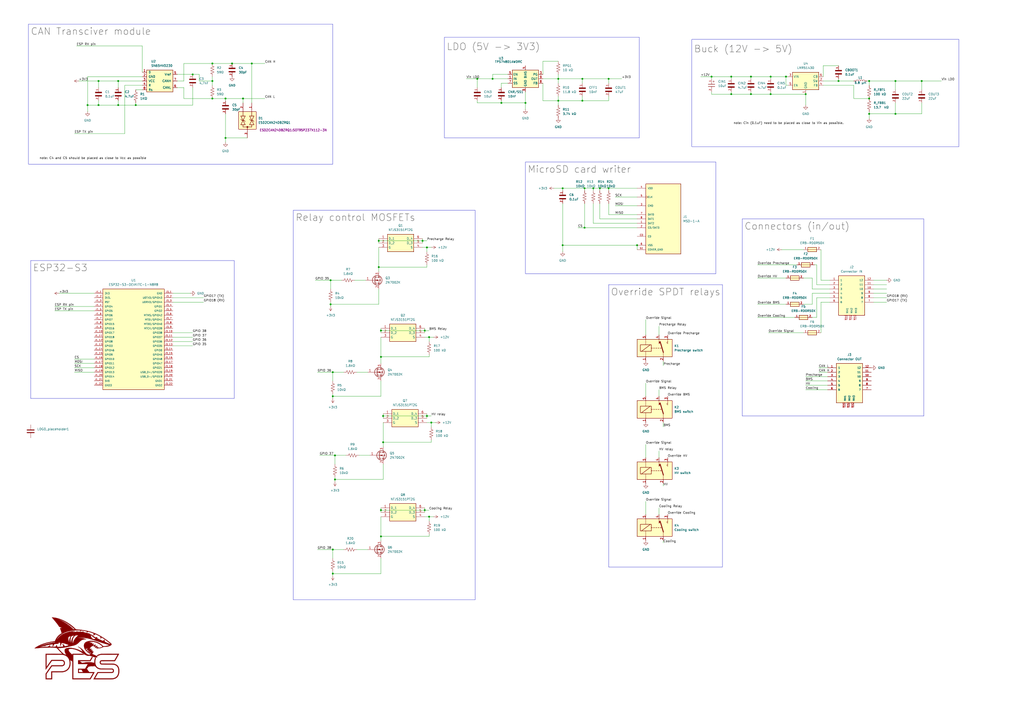
<source format=kicad_sch>
(kicad_sch (version 20250114) (generator "eeschema") (generator_version "9.0")
  (paper "A2")
  (lib_symbols
    (symbol "CL05A104KA5NNNC:CL05A104KA5NNNC" (pin_names (offset 1.016))
      (property "Reference" "C" (at 0 3.8109 0))
      (property "Value" "CL05A104KA5NNNC" (at 0 -5.0885 0))
      (symbol "CL05A104KA5NNNC_0_0"
        (pin passive line (at -2.54 0 0) (length 2.54) (name "~") (number "1"))
        (pin passive line (at 5.08 0 180) (length 2.54) (name "~") (number "2"))
      )
    )
    (symbol "CL05B103KO5NNNC:CL05B103KO5NNNC" (pin_names (offset 1.016))
      (property "Reference" "C" (at 0 3.8109 0))
      (property "Value" "CL05B103KO5NNNC" (at 0 -5.0885 0))
      (symbol "CL05B103KO5NNNC_0_0"
        (pin passive line (at -2.54 0 0) (length 2.54) (name "~") (number "1"))
        (pin passive line (at 5.08 0 180) (length 2.54) (name "~") (number "2"))
      )
    )
    (symbol "CL10A475KP8NNNC:CL10A475KP8NNNC" (pin_names (offset 1.016))
      (property "Reference" "C" (at 0 3.8109 0))
      (property "Value" "CL10A475KP8NNNC" (at 0 -5.0885 0))
      (symbol "CL10A475KP8NNNC_0_0"
        (pin passive line (at -2.54 0 0) (length 2.54) (name "~") (number "1"))
        (pin passive line (at 5.08 0 180) (length 2.54) (name "~") (number "2"))
      )
    )
    (symbol "CL21A226MAYNNNE:CL21A226MAYNNNE" (pin_names (offset 1.016))
      (property "Reference" "C" (at 0 3.8109 0))
      (property "Value" "CL21A226MAYNNNE" (at 0 -5.0885 0))
      (symbol "CL21A226MAYNNNE_0_0"
        (pin passive line (at -2.54 0 0) (length 2.54) (name "~") (number "1"))
        (pin passive line (at 5.08 0 180) (length 2.54) (name "~") (number "2"))
      )
    )
    (symbol "CL21A475KAQNNNE:CL21A475KAQNNNE" (pin_names (offset 1.016))
      (property "Reference" "C" (at 0 3.8109 0))
      (property "Value" "CL21A475KAQNNNE" (at 0 -5.0885 0))
      (symbol "CL21A475KAQNNNE_0_0"
        (pin passive line (at -2.54 0 0) (length 2.54) (name "~") (number "1"))
        (pin passive line (at 5.08 0 180) (length 2.54) (name "~") (number "2"))
      )
    )
    (symbol "CL21A476MQYNNNG:CL21A476MQYNNNG" (pin_names (offset 1.016))
      (property "Reference" "C" (at 0 3.8109 0))
      (property "Value" "CL21A476MQYNNNG" (at 0 -5.0885 0))
      (symbol "CL21A476MQYNNNG_0_0"
        (pin passive line (at -2.54 0 0) (length 2.54) (name "~") (number "1"))
        (pin passive line (at 5.08 0 180) (length 2.54) (name "~") (number "2"))
      )
    )
    (symbol "CL31B106KAHNNNE:CL31B106KAHNNNE" (pin_names (offset 1.016))
      (property "Reference" "C" (at 0 3.8109 0))
      (property "Value" "CL31B106KAHNNNE" (at 0 -5.0885 0))
      (symbol "CL31B106KAHNNNE_0_0"
        (pin passive line (at -2.54 0 0) (length 2.54) (name "~") (number "1"))
        (pin passive line (at 5.08 0 180) (length 2.54) (name "~") (number "2"))
      )
    )
    (symbol "DT13-12PA:DT13-12PA" (pin_names (offset 1.016))
      (property "Reference" "J" (at 8.89 15.24 0))
      (property "Value" "DT13-12PA" (at 8.89 12.7 0))
      (symbol "DT13-12PA_0_0"
        (pin bidirectional line (at -10.16 7.62 0) (length 5.08) (name "1") (number "1"))
        (pin bidirectional line (at -10.16 5.08 0) (length 5.08) (name "2") (number "2"))
        (pin bidirectional line (at -10.16 2.54 0) (length 5.08) (name "3") (number "3"))
        (pin bidirectional line (at -10.16 0 0) (length 5.08) (name "4") (number "4"))
        (pin bidirectional line (at -10.16 -2.54 0) (length 5.08) (name "5") (number "5"))
        (pin bidirectional line (at -10.16 -5.08 0) (length 5.08) (name "6") (number "6"))
        (pin bidirectional line (at 0 -15.24 90) (length 2.54) (name "MH1") (number "MH1"))
        (pin bidirectional line (at 2.54 -15.24 90) (length 2.54) (name "MH2") (number "MH2"))
        (pin bidirectional line (at 5.08 -15.24 90) (length 2.54) (name "MH3") (number "MH3"))
        (pin bidirectional line (at 15.24 7.62 180) (length 5.08) (name "12") (number "12"))
        (pin bidirectional line (at 15.24 5.08 180) (length 5.08) (name "11") (number "11"))
        (pin bidirectional line (at 15.24 2.54 180) (length 5.08) (name "10") (number "10"))
        (pin bidirectional line (at 15.24 0 180) (length 5.08) (name "9") (number "9"))
        (pin bidirectional line (at 15.24 -2.54 180) (length 5.08) (name "8") (number "8"))
        (pin bidirectional line (at 15.24 -5.08 180) (length 5.08) (name "7") (number "7"))
      )
    )
    (symbol "Device:C" (pin_numbers (hide yes)) (pin_names (offset 0.254))
      (property "Reference" "C" (at 0.635 2.54 0))
      (property "Value" "C" (at 0.635 -2.54 0))
      (symbol "C_1_1"
        (pin passive line (at 0 3.81 270) (length 2.794) (name "~") (number "1"))
        (pin passive line (at 0 -3.81 90) (length 2.794) (name "~") (number "2"))
      )
    )
    (symbol "Device:L" (pin_numbers (hide yes)) (pin_names (offset 1.016) (hide yes))
      (property "Reference" "L" (at -1.27 0 90))
      (property "Value" "L" (at 1.905 0 90))
      (symbol "L_1_1"
        (pin passive line (at 0 3.81 270) (length 1.27) (name "1") (number "1"))
        (pin passive line (at 0 -3.81 90) (length 1.27) (name "2") (number "2"))
      )
    )
    (symbol "Device:R_US" (pin_numbers (hide yes)) (pin_names (offset 0))
      (property "Reference" "R" (at 2.54 0 90))
      (property "Value" "R_US" (at -2.54 0 90))
      (symbol "R_US_1_1"
        (pin passive line (at 0 3.81 270) (length 1.27) (name "~") (number "1"))
        (pin passive line (at 0 -3.81 90) (length 1.27) (name "~") (number "2"))
      )
    )
    (symbol "ERB-RD0R50X:ERB-RD0R50X" (pin_names (offset 1.016))
      (property "Reference" "F" (at -5.08 3.302 0))
      (property "Value" "ERB-RD0R50X" (at -5.08 -5.08 0))
      (symbol "ERB-RD0R50X_0_0"
        (pin passive line (at -5.08 0 0) (length 2.54) (name "~") (number "1"))
        (pin passive line (at 5.08 0 180) (length 2.54) (name "~") (number "2"))
      )
    )
    (symbol "ESD2CAN24DBZRQ1:ESD2CAN24DBZRQ1" (pin_names (offset 1.016))
      (property "Reference" "D" (at -5.08 5.842 0))
      (property "Value" "ESD2CAN24DBZRQ1" (at -5.08 -7.62 0))
      (symbol "ESD2CAN24DBZRQ1_0_0"
        (pin bidirectional line (at -10.16 2.54 0) (length 5.08) (name "~") (number "1"))
        (pin bidirectional line (at -10.16 -2.54 0) (length 5.08) (name "~") (number "2"))
        (pin power_in line (at 10.16 0 180) (length 5.08) (name "~") (number "3"))
      )
    )
    (symbol "ESP32-S3-DEVKITC-1-N8R8:ESP32-S3-DEVKITC-1-N8R8" (pin_names (offset 1.016))
      (property "Reference" "U" (at -17.78 35.56 0))
      (property "Value" "ESP32-S3-DEVKITC-1-N8R8" (at -17.78 -27.94 0))
      (symbol "ESP32-S3-DEVKITC-1-N8R8_0_0"
        (pin power_in line (at -22.86 30.48 0) (length 5.08) (name "3V3") (number "J1_1"))
        (pin power_in line (at -22.86 27.94 0) (length 5.08) (name "3V3.") (number "J1_2"))
        (pin input line (at -22.86 25.4 0) (length 5.08) (name "RST") (number "J1_3"))
        (pin bidirectional line (at -22.86 22.86 0) (length 5.08) (name "GPIO4") (number "J1_4"))
        (pin bidirectional line (at -22.86 20.32 0) (length 5.08) (name "GPIO5") (number "J1_5"))
        (pin bidirectional line (at -22.86 17.78 0) (length 5.08) (name "GPIO6") (number "J1_6"))
        (pin bidirectional line (at -22.86 15.24 0) (length 5.08) (name "GPIO7") (number "J1_7"))
        (pin bidirectional line (at -22.86 12.7 0) (length 5.08) (name "GPIO15") (number "J1_8"))
        (pin bidirectional line (at -22.86 10.16 0) (length 5.08) (name "GPIO16") (number "J1_9"))
        (pin bidirectional line (at -22.86 7.62 0) (length 5.08) (name "GPIO17") (number "J1_10"))
        (pin bidirectional line (at -22.86 5.08 0) (length 5.08) (name "GPIO18") (number "J1_11"))
        (pin bidirectional line (at -22.86 2.54 0) (length 5.08) (name "GPIO8") (number "J1_12"))
        (pin bidirectional line (at -22.86 0 0) (length 5.08) (name "GPIO3") (number "J1_13"))
        (pin bidirectional line (at -22.86 -2.54 0) (length 5.08) (name "GPIO46") (number "J1_14"))
        (pin bidirectional line (at -22.86 -5.08 0) (length 5.08) (name "GPIO9") (number "J1_15"))
        (pin bidirectional line (at -22.86 -7.62 0) (length 5.08) (name "GPIO10") (number "J1_16"))
        (pin bidirectional line (at -22.86 -10.16 0) (length 5.08) (name "GPIO11") (number "J1_17"))
        (pin bidirectional line (at -22.86 -12.7 0) (length 5.08) (name "GPIO12") (number "J1_18"))
        (pin bidirectional line (at -22.86 -15.24 0) (length 5.08) (name "GPIO13") (number "J1_19"))
        (pin bidirectional line (at -22.86 -17.78 0) (length 5.08) (name "GPIO14") (number "J1_20"))
        (pin power_in line (at -22.86 -20.32 0) (length 5.08) (name "5V0") (number "J1_21"))
        (pin power_in line (at -22.86 -22.86 0) (length 5.08) (name "GND3") (number "J1_22"))
        (pin power_in line (at 22.86 30.48 180) (length 5.08) (name "GND") (number "J3_1"))
        (pin bidirectional line (at 22.86 27.94 180) (length 5.08) (name "U0TXD/GPIO43") (number "J3_2"))
        (pin bidirectional line (at 22.86 25.4 180) (length 5.08) (name "U0RXD/GPIO44") (number "J3_3"))
        (pin bidirectional line (at 22.86 22.86 180) (length 5.08) (name "GPIO1") (number "J3_4"))
        (pin bidirectional line (at 22.86 20.32 180) (length 5.08) (name "GPIO2") (number "J3_5"))
        (pin bidirectional line (at 22.86 17.78 180) (length 5.08) (name "MTMS/GPIO42") (number "J3_6"))
        (pin bidirectional line (at 22.86 15.24 180) (length 5.08) (name "MTDI/GPIO41") (number "J3_7"))
        (pin bidirectional line (at 22.86 12.7 180) (length 5.08) (name "MTDO/GPIO40") (number "J3_8"))
        (pin bidirectional line (at 22.86 10.16 180) (length 5.08) (name "MTCK/GPIO39") (number "J3_9"))
        (pin bidirectional line (at 22.86 7.62 180) (length 5.08) (name "GPIO38") (number "J3_10"))
        (pin bidirectional line (at 22.86 5.08 180) (length 5.08) (name "GPIO37") (number "J3_11"))
        (pin bidirectional line (at 22.86 2.54 180) (length 5.08) (name "GPIO36") (number "J3_12"))
        (pin bidirectional line (at 22.86 0 180) (length 5.08) (name "GPIO35") (number "J3_13"))
        (pin bidirectional line (at 22.86 -2.54 180) (length 5.08) (name "GPIO0") (number "J3_14"))
        (pin bidirectional line (at 22.86 -5.08 180) (length 5.08) (name "GPIO45") (number "J3_15"))
        (pin bidirectional line (at 22.86 -7.62 180) (length 5.08) (name "GPIO48") (number "J3_16"))
        (pin bidirectional line (at 22.86 -10.16 180) (length 5.08) (name "GPIO47") (number "J3_17"))
        (pin bidirectional line (at 22.86 -12.7 180) (length 5.08) (name "GPIO21") (number "J3_18"))
        (pin bidirectional line (at 22.86 -15.24 180) (length 5.08) (name "USB_D+/GPIO20") (number "J3_19"))
        (pin bidirectional line (at 22.86 -17.78 180) (length 5.08) (name "USB_D-/GPIO19") (number "J3_20"))
        (pin power_in line (at 22.86 -20.32 180) (length 5.08) (name "GND1") (number "J3_21"))
        (pin power_in line (at 22.86 -22.86 180) (length 5.08) (name "GND2") (number "J3_22"))
      )
    )
    (symbol "GRM0335C1E300JA01D:GRM0335C1E300JA01D" (pin_names (offset 1.016))
      (property "Reference" "C" (at 0 3.8109 0))
      (property "Value" "GRM0335C1E300JA01D" (at 0 -5.0885 0))
      (symbol "GRM0335C1E300JA01D_0_0"
        (pin passive line (at -2.54 0 0) (length 2.54) (name "~") (number "1"))
        (pin passive line (at 5.08 0 180) (length 2.54) (name "~") (number "2"))
      )
    )
    (symbol "Interface_CAN_LIN:SN65HVD230" (pin_names (offset 1.016))
      (property "Reference" "U1" (at 2.1433 10.16 0))
      (property "Value" "SN65HVD230" (at 2.1433 7.62 0))
      (symbol "SN65HVD230_1_1"
        (pin input line (at -10.16 3.81 0) (length 2.54) (name "D") (number "1"))
        (pin power_in line (at -10.16 1.27 0) (length 2.54) (name "GND") (number "2"))
        (pin power_in line (at -10.16 -1.27 0) (length 2.54) (name "VCC") (number "3"))
        (pin output line (at -10.16 -3.81 0) (length 2.54) (name "R") (number "4"))
        (pin input line (at -10.16 -6.35 0) (length 2.54) (name "Rs") (number "8"))
        (pin output line (at 10.16 2.54 180) (length 2.54) (name "Vref") (number "5"))
        (pin bidirectional line (at 10.16 -1.27 180) (length 2.54) (name "CANH") (number "7"))
        (pin bidirectional line (at 10.16 -5.08 180) (length 2.54) (name "CANL") (number "6"))
      )
    )
    (symbol "MSD-1-A:MSD-1-A" (pin_names (offset 1.016))
      (property "Reference" "J" (at -10.16 21.082 0))
      (property "Value" "MSD-1-A" (at -10.16 -22.86 0))
      (symbol "MSD-1-A_0_0"
        (pin power_in line (at -15.24 17.78 0) (length 5.08) (name "VDD") (number "4"))
        (pin input clock (at -15.24 12.7 0) (length 5.08) (name "CLK") (number "5"))
        (pin bidirectional line (at -15.24 7.62 0) (length 5.08) (name "CMD") (number "3"))
        (pin bidirectional line (at -15.24 2.54 0) (length 5.08) (name "DAT0") (number "7"))
        (pin bidirectional line (at -15.24 0 0) (length 5.08) (name "DAT1") (number "8"))
        (pin bidirectional line (at -15.24 -2.54 0) (length 5.08) (name "DAT2") (number "1"))
        (pin bidirectional line (at -15.24 -5.08 0) (length 5.08) (name "CD/DAT3") (number "2"))
        (pin passive line (at -15.24 -10.16 0) (length 5.08) (name "CD") (number "CD"))
        (pin power_in line (at -15.24 -15.24 0) (length 5.08) (name "VSS") (number "6"))
        (pin power_in line (at -15.24 -17.78 0) (length 5.08) (name "COVER_GND") (number "G1"))
        (pin power_in line (at -15.24 -17.78 0) (length 5.08) (hide yes) (name "COVER_GND") (number "G2"))
        (pin power_in line (at -15.24 -17.78 0) (length 5.08) (hide yes) (name "COVER_GND") (number "G3"))
        (pin power_in line (at -15.24 -17.78 0) (length 5.08) (hide yes) (name "COVER_GND") (number "G4"))
      )
    )
    (symbol "NTJS3151PT2G:NTJS3151PT2G"
      (property "Reference" "Q" (at 21.59 7.62 0))
      (property "Value" "NTJS3151PT2G" (at 21.59 5.08 0))
      (symbol "NTJS3151PT2G_1_1"
        (pin passive line (at 0 0 0) (length 5.08) (name "D_1") (number "1"))
        (pin passive line (at 0 -2.54 0) (length 5.08) (name "D_2") (number "2"))
        (pin passive line (at 0 -5.08 0) (length 5.08) (name "G") (number "3"))
        (pin passive line (at 25.4 0 180) (length 5.08) (name "D_4") (number "6"))
        (pin passive line (at 25.4 -2.54 180) (length 5.08) (name "D_3") (number "5"))
        (pin passive line (at 25.4 -5.08 180) (length 5.08) (name "S") (number "4"))
      )
    )
    (symbol "PES_logo:LOGO" (pin_names (offset 1.016)))
    (symbol "Regulator_Linear:TPS74801AWDRC"
      (property "Reference" "U1" (at -6.858 11.684 0))
      (property "Value" "TPS74801AWDRC" (at -6.858 9.144 0))
      (symbol "TPS74801AWDRC_1_1"
        (pin passive line (at -10.16 2.54 0) (length 2.54) (hide yes) (name "IN") (number "2"))
        (pin input line (at -10.16 2.54 0) (length 2.54) (name "EN") (number "5"))
        (pin power_in line (at -10.16 0 0) (length 2.54) (name "IN") (number "1"))
        (pin passive line (at -10.16 -2.54 0) (length 2.54) (name "SS") (number "7"))
        (pin power_in line (at 0 7.62 270) (length 2.54) (name "BIAS") (number "4"))
        (pin passive line (at 0 -7.62 90) (length 2.54) (hide yes) (name "GND") (number "11"))
        (pin power_in line (at 0 -7.62 90) (length 2.54) (name "GND") (number "6"))
        (pin passive line (at 10.16 2.54 180) (length 2.54) (hide yes) (name "OUT") (number "10"))
        (pin open_collector line (at 10.16 2.54 180) (length 2.54) (name "PG") (number "3"))
        (pin power_out line (at 10.16 0 180) (length 2.54) (name "OUT") (number "9"))
        (pin input line (at 10.16 -2.54 180) (length 2.54) (name "FB") (number "8"))
      )
    )
    (symbol "Regulator_Switching:LMR51430"
      (property "Reference" "U" (at -7.62 6.35 0))
      (property "Value" "LMR51430" (at 0 6.35 0))
      (symbol "LMR51430_1_1"
        (pin power_in line (at -10.16 2.54 0) (length 2.54) (name "VIN") (number "3"))
        (pin input line (at -10.16 -2.54 0) (length 2.54) (name "EN") (number "5"))
        (pin power_in line (at 0 -7.62 90) (length 2.54) (name "GND") (number "1"))
        (pin passive line (at 10.16 2.54 180) (length 2.54) (name "CB") (number "6"))
        (pin power_out line (at 10.16 0 180) (length 2.54) (name "SW") (number "2"))
        (pin input line (at 10.16 -2.54 180) (length 2.54) (name "FB") (number "4"))
      )
    )
    (symbol "Relay:G5Q-1"
      (property "Reference" "K" (at 11.43 3.81 0))
      (property "Value" "G5Q-1" (at 11.43 1.27 0))
      (symbol "G5Q-1_1_1"
        (pin passive line (at -5.08 7.62 270) (length 2.54) (name "~") (number "5"))
        (pin passive line (at -5.08 -7.62 90) (length 2.54) (name "~") (number "1"))
        (pin passive line (at 2.54 7.62 270) (length 2.54) (name "~") (number "4"))
        (pin passive line (at 5.08 -7.62 90) (length 2.54) (name "~") (number "2"))
        (pin passive line (at 7.62 7.62 270) (length 2.54) (name "~") (number "3"))
      )
    )
    (symbol "Transistor_FET:2N7002K" (pin_names (offset 0) (hide yes))
      (property "Reference" "Q" (at 5.08 1.905 0))
      (property "Value" "2N7002K" (at 5.08 0 0))
      (symbol "2N7002K_1_1"
        (pin input line (at -5.08 0 0) (length 2.54) (name "G") (number "1"))
        (pin passive line (at 2.54 5.08 270) (length 2.54) (name "D") (number "3"))
        (pin passive line (at 2.54 -5.08 90) (length 2.54) (name "S") (number "2"))
      )
    )
    (symbol "WCAP-ATG5_5X11:WCAP-ATG5_5X11" (pin_names (offset 1.016))
      (property "Reference" "C" (at 1.175 3.38 0))
      (property "Value" "WCAP-ATG5_5X11" (at 0.915 -5.075 0))
      (symbol "WCAP-ATG5_5X11_0_0"
        (text "+" (at 2.54 -1.905 0) (effects (font (size 1.4224 1.4224)) (justify left bottom)))
        (pin passive line (at -2.54 0 0) (length 2.54) (name "~") (number "2"))
        (pin passive line (at 5.08 0 180) (length 2.54) (name "~") (number "1"))
      )
    )
    (symbol "power:+12V" (power) (pin_numbers (hide yes)) (pin_names (offset 0) (hide yes))
      (property "Value" "+12V" (at 0 3.556 0))
      (symbol "+12V_1_1"
        (pin power_in line (at 0 0 90) (length 0) (name "~") (number "1"))
      )
    )
    (symbol "power:+3V3" (power) (pin_numbers (hide yes)) (pin_names (offset 0) (hide yes))
      (property "Value" "+3V3" (at 0 3.556 0))
      (symbol "+3V3_1_1"
        (pin power_in line (at 0 0 90) (length 0) (name "~") (number "1"))
      )
    )
    (symbol "power:GND" (power) (pin_numbers (hide yes)) (pin_names (offset 0) (hide yes))
      (property "Value" "GND" (at 0 -3.81 0))
      (symbol "GND_1_1"
        (pin power_in line (at 0 0 270) (length 0) (name "~") (number "1"))
      )
    )
  )
  (rectangle (start 17.78 151.13) (end 135.89 231.14))
  (rectangle (start 16.51 13.97) (end 193.04 95.25))
  (rectangle (start 353.06 165.1) (end 419.1 328.93))
  (rectangle (start 304.8 93.98) (end 415.29 158.75))
  (rectangle (start 430.53 127) (end 535.94 241.3))
  (rectangle (start 401.32 22.86) (end 556.26 85.09))
  (rectangle (start 170.18 121.92) (end 275.59 347.98))
  (rectangle (start 257.81 21.59) (end 370.84 80.01))
  (junction (at 130.81 80.01))
  (junction (at 534.67 46.99))
  (junction (at 219.71 154.94))
  (junction (at 68.58 46.99))
  (junction (at 123.19 46.99))
  (junction (at 222.25 256.54))
  (junction (at 424.18 54.61))
  (junction (at 248.92 195.58))
  (junction (at 337.82 45.72))
  (junction (at 193.04 229.87))
  (junction (at 447.04 54.61))
  (junction (at 424.18 44.45))
  (junction (at 290.83 59.69))
  (junction (at 247.65 143.51))
  (junction (at 353.06 109.22))
  (junction (at 219.71 139.7))
  (junction (at 134.62 36.83))
  (junction (at 220.98 207.01))
  (junction (at 247.65 241.3))
  (junction (at 369.57 142.24))
  (junction (at 146.05 36.83))
  (junction (at 220.98 191.77))
  (junction (at 455.93 44.45))
  (junction (at 245.11 139.7))
  (junction (at 285.75 45.72))
  (junction (at 130.81 57.15))
  (junction (at 347.98 109.22))
  (junction (at 57.15 46.99))
  (junction (at 123.19 36.83))
  (junction (at 123.19 57.15))
  (junction (at 194.31 278.13))
  (junction (at 50.8 60.96))
  (junction (at 220.98 295.91))
  (junction (at 304.8 59.69))
  (junction (at 68.58 60.96))
  (junction (at 276.86 45.72))
  (junction (at 140.97 57.15))
  (junction (at 339.09 132.08))
  (junction (at 519.43 66.04))
  (junction (at 248.92 299.72))
  (junction (at 447.04 44.45))
  (junction (at 353.06 45.72))
  (junction (at 337.82 58.42))
  (junction (at 78.74 60.96))
  (junction (at 246.38 191.77))
  (junction (at 435.61 54.61))
  (junction (at 339.09 109.22))
  (junction (at 57.15 60.96))
  (junction (at 191.77 176.53))
  (junction (at 191.77 162.56))
  (junction (at 246.38 295.91))
  (junction (at 519.43 46.99))
  (junction (at 504.19 46.99))
  (junction (at 323.85 45.72))
  (junction (at 467.36 54.61))
  (junction (at 504.19 66.04))
  (junction (at 193.04 215.9))
  (junction (at 344.17 109.22))
  (junction (at 193.04 318.77))
  (junction (at 194.31 264.16))
  (junction (at 435.61 44.45))
  (junction (at 504.19 57.15))
  (junction (at 222.25 241.3))
  (junction (at 326.39 142.24))
  (junction (at 193.04 332.74))
  (junction (at 323.85 58.42))
  (junction (at 486.41 46.99))
  (junction (at 412.75 44.45))
  (junction (at 250.19 245.11))
  (junction (at 326.39 109.22))
  (junction (at 220.98 311.15))
  (junction (at 111.76 43.18))
  (wire (pts (xy 353.06 55.88) (xy 353.06 58.42)))
  (wire (pts (xy 111.76 50.8) (xy 111.76 60.96)))
  (wire (pts (xy 100.33 193.04) (xy 111.76 193.04)))
  (wire (pts (xy 326.39 142.24) (xy 326.39 146.05)))
  (wire (pts (xy 248.92 198.12) (xy 248.92 195.58)))
  (wire (pts (xy 100.33 198.12) (xy 111.76 198.12)))
  (wire (pts (xy 439.42 161.29) (xy 455.93 161.29)))
  (wire (pts (xy 193.04 229.87) (xy 220.98 229.87)))
  (wire (pts (xy 384.81 212.09) (xy 384.81 209.55)))
  (wire (pts (xy 219.71 143.51) (xy 219.71 154.94)))
  (wire (pts (xy 445.77 193.04) (xy 466.09 193.04)))
  (wire (pts (xy 294.64 48.26) (xy 290.83 48.26)))
  (wire (pts (xy 248.92 309.88) (xy 248.92 311.15)))
  (wire (pts (xy 477.52 38.1) (xy 486.41 38.1)))
  (wire (pts (xy 314.96 35.56) (xy 323.85 35.56)))
  (wire (pts (xy 466.09 176.53) (xy 471.17 176.53)))
  (wire (pts (xy 184.15 215.9) (xy 193.04 215.9)))
  (wire (pts (xy 486.41 45.72) (xy 486.41 46.99)))
  (wire (pts (xy 353.06 118.11) (xy 353.06 124.46)))
  (wire (pts (xy 82.55 41.91) (xy 82.55 26.67)))
  (wire (pts (xy 57.15 46.99) (xy 68.58 46.99)))
  (wire (pts (xy 439.42 176.53) (xy 455.93 176.53)))
  (wire (pts (xy 495.3 49.53) (xy 495.3 57.15)))
  (wire (pts (xy 219.71 138.43) (xy 219.71 139.7)))
  (wire (pts (xy 220.98 190.5) (xy 220.98 191.77)))
  (wire (pts (xy 356.87 119.38) (xy 369.57 119.38)))
  (wire (pts (xy 439.42 153.67) (xy 462.28 153.67)))
  (wire (pts (xy 504.19 66.04) (xy 519.43 66.04)))
  (wire (pts (xy 384.81 314.96) (xy 384.81 313.69)))
  (wire (pts (xy 207.01 215.9) (xy 213.36 215.9)))
  (wire (pts (xy 382.27 294.64) (xy 382.27 298.45)))
  (wire (pts (xy 106.68 57.15) (xy 123.19 57.15)))
  (wire (pts (xy 57.15 58.42) (xy 57.15 60.96)))
  (wire (pts (xy 471.17 161.29) (xy 471.17 167.64)))
  (wire (pts (xy 453.39 144.78) (xy 466.09 144.78)))
  (wire (pts (xy 247.65 153.67) (xy 247.65 154.94)))
  (wire (pts (xy 246.38 294.64) (xy 246.38 295.91)))
  (wire (pts (xy 337.82 45.72) (xy 353.06 45.72)))
  (wire (pts (xy 191.77 175.26) (xy 191.77 176.53)))
  (wire (pts (xy 78.74 59.69) (xy 78.74 60.96)))
  (wire (pts (xy 290.83 48.26) (xy 290.83 50.8)))
  (wire (pts (xy 344.17 129.54) (xy 369.57 129.54)))
  (wire (pts (xy 314.96 45.72) (xy 323.85 45.72)))
  (wire (pts (xy 471.17 167.64) (xy 481.33 167.64)))
  (wire (pts (xy 191.77 162.56) (xy 198.12 162.56)))
  (wire (pts (xy 100.33 172.72) (xy 118.11 172.72)))
  (wire (pts (xy 412.75 45.72) (xy 412.75 44.45)))
  (wire (pts (xy 111.76 43.18) (xy 115.57 43.18)))
  (wire (pts (xy 471.17 184.15) (xy 473.71 184.15)))
  (wire (pts (xy 472.44 153.67) (xy 473.71 153.67)))
  (wire (pts (xy 323.85 58.42) (xy 323.85 55.88)))
  (wire (pts (xy 68.58 58.42) (xy 68.58 60.96)))
  (wire (pts (xy 222.25 269.24) (xy 222.25 278.13)))
  (wire (pts (xy 314.96 35.56) (xy 314.96 43.18)))
  (wire (pts (xy 337.82 58.42) (xy 353.06 58.42)))
  (wire (pts (xy 134.62 36.83) (xy 146.05 36.83)))
  (wire (pts (xy 326.39 109.22) (xy 339.09 109.22)))
  (wire (pts (xy 248.92 295.91) (xy 246.38 295.91)))
  (wire (pts (xy 222.25 240.03) (xy 222.25 241.3)))
  (wire (pts (xy 447.04 44.45) (xy 455.93 44.45)))
  (wire (pts (xy 43.18 77.47) (xy 72.39 77.47)))
  (wire (pts (xy 250.19 245.11) (xy 247.65 245.11)))
  (wire (pts (xy 250.19 247.65) (xy 250.19 245.11)))
  (wire (pts (xy 247.65 143.51) (xy 245.11 143.51)))
  (wire (pts (xy 276.86 45.72) (xy 285.75 45.72)))
  (wire (pts (xy 314.96 48.26) (xy 314.96 58.42)))
  (wire (pts (xy 276.86 59.69) (xy 290.83 59.69)))
  (wire (pts (xy 220.98 294.64) (xy 220.98 295.91)))
  (wire (pts (xy 506.73 167.64) (xy 514.35 167.64)))
  (wire (pts (xy 82.55 49.53) (xy 72.39 49.53)))
  (wire (pts (xy 467.36 220.98) (xy 480.06 220.98)))
  (wire (pts (xy 314.96 58.42) (xy 323.85 58.42)))
  (wire (pts (xy 467.36 54.61) (xy 467.36 60.96)))
  (wire (pts (xy 247.65 154.94) (xy 219.71 154.94)))
  (wire (pts (xy 353.06 110.49) (xy 353.06 109.22)))
  (wire (pts (xy 219.71 139.7) (xy 219.71 140.97)))
  (wire (pts (xy 534.67 52.07) (xy 534.67 46.99)))
  (wire (pts (xy 339.09 132.08) (xy 339.09 118.11)))
  (wire (pts (xy 194.31 264.16) (xy 200.66 264.16)))
  (wire (pts (xy 457.2 49.53) (xy 455.93 49.53)))
  (wire (pts (xy 424.18 53.34) (xy 424.18 54.61)))
  (wire (pts (xy 57.15 50.8) (xy 57.15 46.99)))
  (wire (pts (xy 68.58 60.96) (xy 78.74 60.96)))
  (wire (pts (xy 123.19 44.45) (xy 123.19 46.99)))
  (wire (pts (xy 45.72 46.99) (xy 57.15 46.99)))
  (wire (pts (xy 339.09 110.49) (xy 339.09 109.22)))
  (wire (pts (xy 247.65 139.7) (xy 245.11 139.7)))
  (wire (pts (xy 246.38 191.77) (xy 246.38 193.04)))
  (wire (pts (xy 193.04 318.77) (xy 193.04 323.85)))
  (wire (pts (xy 519.43 46.99) (xy 534.67 46.99)))
  (wire (pts (xy 323.85 58.42) (xy 337.82 58.42)))
  (wire (pts (xy 477.52 49.53) (xy 495.3 49.53)))
  (wire (pts (xy 474.98 213.36) (xy 480.06 213.36)))
  (wire (pts (xy 43.18 213.36) (xy 54.61 213.36)))
  (wire (pts (xy 222.25 256.54) (xy 222.25 259.08)))
  (wire (pts (xy 220.98 220.98) (xy 220.98 229.87)))
  (wire (pts (xy 185.42 264.16) (xy 194.31 264.16)))
  (wire (pts (xy 504.19 46.99) (xy 504.19 49.53)))
  (wire (pts (xy 50.8 64.77) (xy 50.8 60.96)))
  (wire (pts (xy 466.09 161.29) (xy 471.17 161.29)))
  (wire (pts (xy 369.57 127) (xy 347.98 127)))
  (wire (pts (xy 50.8 60.96) (xy 57.15 60.96)))
  (wire (pts (xy 43.18 210.82) (xy 54.61 210.82)))
  (wire (pts (xy 250.19 241.3) (xy 247.65 241.3)))
  (wire (pts (xy 424.18 54.61) (xy 435.61 54.61)))
  (wire (pts (xy 245.11 138.43) (xy 245.11 139.7)))
  (wire (pts (xy 435.61 45.72) (xy 435.61 44.45)))
  (wire (pts (xy 220.98 299.72) (xy 220.98 311.15)))
  (wire (pts (xy 294.64 43.18) (xy 285.75 43.18)))
  (wire (pts (xy 100.33 175.26) (xy 118.11 175.26)))
  (wire (pts (xy 78.74 60.96) (xy 111.76 60.96)))
  (wire (pts (xy 435.61 53.34) (xy 435.61 54.61)))
  (wire (pts (xy 123.19 46.99) (xy 123.19 49.53)))
  (wire (pts (xy 193.04 332.74) (xy 193.04 334.01)))
  (wire (pts (xy 140.97 57.15) (xy 140.97 59.69)))
  (wire (pts (xy 248.92 299.72) (xy 246.38 299.72)))
  (wire (pts (xy 369.57 142.24) (xy 369.57 144.78)))
  (wire (pts (xy 250.19 256.54) (xy 222.25 256.54)))
  (wire (pts (xy 246.38 190.5) (xy 246.38 191.77)))
  (wire (pts (xy 506.73 170.18) (xy 514.35 170.18)))
  (wire (pts (xy 384.81 247.65) (xy 384.81 245.11)))
  (wire (pts (xy 220.98 323.85) (xy 220.98 332.74)))
  (wire (pts (xy 106.68 50.8) (xy 106.68 57.15)))
  (wire (pts (xy 344.17 118.11) (xy 344.17 129.54)))
  (wire (pts (xy 130.81 57.15) (xy 140.97 57.15)))
  (wire (pts (xy 534.67 46.99) (xy 546.1 46.99)))
  (wire (pts (xy 504.19 68.58) (xy 504.19 66.04)))
  (wire (pts (xy 34.29 170.18) (xy 54.61 170.18)))
  (wire (pts (xy 290.83 59.69) (xy 304.8 59.69)))
  (wire (pts (xy 337.82 58.42) (xy 337.82 55.88)))
  (wire (pts (xy 467.36 223.52) (xy 480.06 223.52)))
  (wire (pts (xy 194.31 264.16) (xy 194.31 269.24)))
  (wire (pts (xy 467.36 226.06) (xy 480.06 226.06)))
  (wire (pts (xy 326.39 142.24) (xy 369.57 142.24)))
  (wire (pts (xy 220.98 207.01) (xy 220.98 210.82)))
  (wire (pts (xy 115.57 46.99) (xy 123.19 46.99)))
  (wire (pts (xy 473.71 153.67) (xy 473.71 165.1)))
  (wire (pts (xy 477.52 46.99) (xy 486.41 46.99)))
  (wire (pts (xy 476.25 175.26) (xy 481.33 175.26)))
  (wire (pts (xy 44.45 26.67) (xy 82.55 26.67)))
  (wire (pts (xy 304.8 59.69) (xy 304.8 53.34)))
  (wire (pts (xy 534.67 59.69) (xy 534.67 66.04)))
  (wire (pts (xy 519.43 59.69) (xy 519.43 66.04)))
  (wire (pts (xy 506.73 175.26) (xy 514.35 175.26)))
  (wire (pts (xy 276.86 50.8) (xy 276.86 45.72)))
  (wire (pts (xy 477.52 44.45) (xy 477.52 38.1)))
  (wire (pts (xy 246.38 295.91) (xy 246.38 297.18)))
  (wire (pts (xy 424.18 45.72) (xy 424.18 44.45)))
  (wire (pts (xy 374.65 222.25) (xy 374.65 229.87)))
  (wire (pts (xy 208.28 264.16) (xy 214.63 264.16)))
  (wire (pts (xy 100.33 195.58) (xy 111.76 195.58)))
  (wire (pts (xy 102.87 43.18) (xy 111.76 43.18)))
  (wire (pts (xy 382.27 261.62) (xy 382.27 265.43)))
  (wire (pts (xy 353.06 45.72) (xy 360.68 45.72)))
  (wire (pts (xy 205.74 162.56) (xy 212.09 162.56)))
  (wire (pts (xy 191.77 162.56) (xy 191.77 167.64)))
  (wire (pts (xy 335.28 132.08) (xy 339.09 132.08)))
  (wire (pts (xy 220.98 195.58) (xy 220.98 207.01)))
  (wire (pts (xy 220.98 332.74) (xy 193.04 332.74)))
  (wire (pts (xy 447.04 53.34) (xy 447.04 54.61)))
  (wire (pts (xy 110.49 170.18) (xy 100.33 170.18)))
  (wire (pts (xy 504.19 46.99) (xy 519.43 46.99)))
  (wire (pts (xy 123.19 57.15) (xy 130.81 57.15)))
  (wire (pts (xy 193.04 318.77) (xy 199.39 318.77)))
  (wire (pts (xy 106.68 46.99) (xy 106.68 36.83)))
  (wire (pts (xy 43.18 215.9) (xy 54.61 215.9)))
  (wire (pts (xy 247.65 240.03) (xy 247.65 241.3)))
  (wire (pts (xy 353.06 48.26) (xy 353.06 45.72)))
  (wire (pts (xy 146.05 36.83) (xy 146.05 59.69)))
  (wire (pts (xy 248.92 191.77) (xy 246.38 191.77)))
  (wire (pts (xy 323.85 45.72) (xy 337.82 45.72)))
  (wire (pts (xy 344.17 110.49) (xy 344.17 109.22)))
  (wire (pts (xy 374.65 185.42) (xy 374.65 194.31)))
  (wire (pts (xy 72.39 49.53) (xy 72.39 77.47)))
  (wire (pts (xy 474.98 215.9) (xy 480.06 215.9)))
  (wire (pts (xy 193.04 215.9) (xy 199.39 215.9)))
  (wire (pts (xy 447.04 45.72) (xy 447.04 44.45)))
  (wire (pts (xy 504.19 66.04) (xy 504.19 64.77)))
  (wire (pts (xy 347.98 110.49) (xy 347.98 109.22)))
  (wire (pts (xy 123.19 36.83) (xy 134.62 36.83)))
  (wire (pts (xy 194.31 276.86) (xy 194.31 278.13)))
  (wire (pts (xy 344.17 109.22) (xy 347.98 109.22)))
  (wire (pts (xy 68.58 50.8) (xy 68.58 46.99)))
  (wire (pts (xy 222.25 245.11) (xy 222.25 256.54)))
  (wire (pts (xy 495.3 57.15) (xy 504.19 57.15)))
  (wire (pts (xy 106.68 36.83) (xy 123.19 36.83)))
  (wire (pts (xy 102.87 50.8) (xy 106.68 50.8)))
  (wire (pts (xy 250.19 143.51) (xy 247.65 143.51)))
  (wire (pts (xy 353.06 124.46) (xy 369.57 124.46)))
  (wire (pts (xy 412.75 44.45) (xy 424.18 44.45)))
  (wire (pts (xy 285.75 43.18) (xy 285.75 45.72)))
  (wire (pts (xy 220.98 191.77) (xy 246.38 191.77)))
  (wire (pts (xy 220.98 295.91) (xy 246.38 295.91)))
  (wire (pts (xy 439.42 184.15) (xy 461.01 184.15)))
  (wire (pts (xy 222.25 241.3) (xy 222.25 242.57)))
  (wire (pts (xy 194.31 278.13) (xy 194.31 279.4)))
  (wire (pts (xy 248.92 207.01) (xy 220.98 207.01)))
  (wire (pts (xy 374.65 290.83) (xy 374.65 298.45)))
  (wire (pts (xy 406.4 44.45) (xy 412.75 44.45)))
  (wire (pts (xy 471.17 176.53) (xy 471.17 170.18)))
  (wire (pts (xy 412.75 54.61) (xy 412.75 53.34)))
  (wire (pts (xy 247.65 241.3) (xy 247.65 242.57)))
  (wire (pts (xy 337.82 45.72) (xy 337.82 48.26)))
  (wire (pts (xy 435.61 54.61) (xy 447.04 54.61)))
  (wire (pts (xy 304.8 63.5) (xy 304.8 59.69)))
  (wire (pts (xy 68.58 46.99) (xy 82.55 46.99)))
  (wire (pts (xy 473.71 172.72) (xy 481.33 172.72)))
  (wire (pts (xy 220.98 311.15) (xy 220.98 313.69)))
  (wire (pts (xy 220.98 295.91) (xy 220.98 297.18)))
  (wire (pts (xy 191.77 176.53) (xy 191.77 177.8)))
  (wire (pts (xy 476.25 144.78) (xy 476.25 162.56)))
  (wire (pts (xy 455.93 44.45) (xy 457.2 44.45)))
  (wire (pts (xy 219.71 154.94) (xy 219.71 157.48)))
  (wire (pts (xy 506.73 162.56) (xy 514.35 162.56)))
  (wire (pts (xy 140.97 57.15) (xy 153.67 57.15)))
  (wire (pts (xy 502.92 46.99) (xy 504.19 46.99)))
  (wire (pts (xy 130.81 80.01) (xy 130.81 66.04)))
  (wire (pts (xy 353.06 109.22) (xy 369.57 109.22)))
  (wire (pts (xy 193.04 331.47) (xy 193.04 332.74)))
  (wire (pts (xy 193.04 229.87) (xy 193.04 231.14)))
  (wire (pts (xy 382.27 226.06) (xy 382.27 229.87)))
  (wire (pts (xy 506.73 172.72) (xy 514.35 172.72)))
  (wire (pts (xy 339.09 109.22) (xy 344.17 109.22)))
  (wire (pts (xy 219.71 176.53) (xy 191.77 176.53)))
  (wire (pts (xy 146.05 36.83) (xy 153.67 36.83)))
  (wire (pts (xy 534.67 66.04) (xy 519.43 66.04)))
  (wire (pts (xy 102.87 46.99) (xy 106.68 46.99)))
  (wire (pts (xy 247.65 146.05) (xy 247.65 143.51)))
  (wire (pts (xy 130.81 80.01) (xy 143.51 80.01)))
  (wire (pts (xy 130.81 82.55) (xy 130.81 80.01)))
  (wire (pts (xy 323.85 45.72) (xy 323.85 43.18)))
  (wire (pts (xy 519.43 52.07) (xy 519.43 46.99)))
  (wire (pts (xy 219.71 167.64) (xy 219.71 176.53)))
  (wire (pts (xy 250.19 255.27) (xy 250.19 256.54)))
  (wire (pts (xy 248.92 302.26) (xy 248.92 299.72)))
  (wire (pts (xy 276.86 58.42) (xy 276.86 59.69)))
  (wire (pts (xy 222.25 241.3) (xy 247.65 241.3)))
  (wire (pts (xy 43.18 208.28) (xy 54.61 208.28)))
  (wire (pts (xy 285.75 45.72) (xy 294.64 45.72)))
  (wire (pts (xy 467.36 218.44) (xy 480.06 218.44)))
  (wire (pts (xy 447.04 54.61) (xy 467.36 54.61)))
  (wire (pts (xy 100.33 200.66) (xy 111.76 200.66)))
  (wire (pts (xy 476.25 193.04) (xy 476.25 175.26)))
  (wire (pts (xy 222.25 278.13) (xy 194.31 278.13)))
  (wire (pts (xy 78.74 52.07) (xy 82.55 52.07)))
  (wire (pts (xy 506.73 165.1) (xy 514.35 165.1)))
  (wire (pts (xy 31.75 180.34) (xy 54.61 180.34)))
  (wire (pts (xy 382.27 189.23) (xy 382.27 194.31)))
  (wire (pts (xy 248.92 195.58) (xy 246.38 195.58)))
  (wire (pts (xy 207.01 318.77) (xy 213.36 318.77)))
  (wire (pts (xy 455.93 49.53) (xy 455.93 44.45)))
  (wire (pts (xy 476.25 162.56) (xy 481.33 162.56)))
  (wire (pts (xy 182.88 162.56) (xy 191.77 162.56)))
  (wire (pts (xy 248.92 311.15) (xy 220.98 311.15)))
  (wire (pts (xy 326.39 118.11) (xy 326.39 142.24)))
  (wire (pts (xy 290.83 58.42) (xy 290.83 59.69)))
  (wire (pts (xy 219.71 139.7) (xy 245.11 139.7)))
  (wire (pts (xy 248.92 205.74) (xy 248.92 207.01)))
  (wire (pts (xy 323.85 45.72) (xy 323.85 48.26)))
  (wire (pts (xy 50.8 44.45) (xy 82.55 44.45)))
  (wire (pts (xy 115.57 43.18) (xy 115.57 46.99)))
  (wire (pts (xy 374.65 257.81) (xy 374.65 265.43)))
  (wire (pts (xy 473.71 184.15) (xy 473.71 172.72)))
  (wire (pts (xy 251.46 299.72) (xy 248.92 299.72)))
  (wire (pts (xy 339.09 132.08) (xy 369.57 132.08)))
  (wire (pts (xy 193.04 215.9) (xy 193.04 220.98)))
  (wire (pts (xy 50.8 44.45) (xy 50.8 60.96)))
  (wire (pts (xy 193.04 228.6) (xy 193.04 229.87)))
  (wire (pts (xy 473.71 165.1) (xy 481.33 165.1)))
  (wire (pts (xy 424.18 44.45) (xy 435.61 44.45)))
  (wire (pts (xy 347.98 109.22) (xy 353.06 109.22)))
  (wire (pts (xy 326.39 110.49) (xy 326.39 109.22)))
  (wire (pts (xy 57.15 60.96) (xy 68.58 60.96)))
  (wire (pts (xy 347.98 118.11) (xy 347.98 127)))
  (wire (pts (xy 471.17 170.18) (xy 481.33 170.18)))
  (wire (pts (xy 184.15 318.77) (xy 193.04 318.77)))
  (wire (pts (xy 130.81 58.42) (xy 130.81 57.15)))
  (wire (pts (xy 251.46 195.58) (xy 248.92 195.58)))
  (wire (pts (xy 435.61 44.45) (xy 447.04 44.45)))
  (wire (pts (xy 323.85 58.42) (xy 323.85 60.96)))
  (wire (pts (xy 356.87 114.3) (xy 369.57 114.3)))
  (wire (pts (xy 384.81 281.94) (xy 384.81 280.67)))
  (wire (pts (xy 412.75 54.61) (xy 424.18 54.61)))
  (wire (pts (xy 31.75 177.8) (xy 54.61 177.8)))
  (wire (pts (xy 252.73 245.11) (xy 250.19 245.11)))
  (wire (pts (xy 486.41 46.99) (xy 495.3 46.99)))
  (wire (pts (xy 245.11 139.7) (xy 245.11 140.97)))
  (wire (pts (xy 220.98 191.77) (xy 220.98 193.04)))
  (wire (pts (xy 321.31 109.22) (xy 326.39 109.22)))
  (wire (pts (xy 270.51 45.72) (xy 276.86 45.72)))
  (label "CAN H" (at 153.67 36.83 0))
  (label "ESP TX pin" (at 43.18 77.47 0))
  (label "CS" (at 335.28 132.08 0))
  (label "BMS Relay" (at 382.27 226.06 0))
  (label "CS" (at 43.18 208.28 0))
  (label "Relay control MOSFETs" (at 171.45 129.54 0) (effects (font (size 4 4))))
  (label "Override BMS" (at 387.35 229.87 0))
  (label "CAN H" (at 474.98 215.9 0))
  (label "SCK" (at 356.87 114.3 0))
  (label "MicroSD card writer" (at 306.07 101.6 0) (effects (font (size 4 4))))
  (label "+12V" (at 406.4 44.45 0))
  (label "MOSI" (at 43.18 210.82 0))
  (label "CAN L" (at 153.67 57.15 0))
  (label "Precharge Relay" (at 247.65 139.7 0))
  (label "LDO (5V -> 3V3)" (at 259.08 30.48 0) (effects (font (size 4 4))))
  (label "ESP TX pin" (at 31.75 180.34 0))
  (label "HV relay" (at 250.19 241.3 0))
  (label "Cooling" (at 384.81 314.96 0))
  (label "Override Signal" (at 374.65 222.25 0))
  (label "ESP RX pin" (at 44.45 26.67 0))
  (label "HV" (at 384.81 281.94 0))
  (label "Vin LDO" (at 270.51 45.72 0))
  (label "note: C4 and C5 should be placed as close to Vcc as possible" (at 22.86 92.71 0))
  (label "Precharge" (at 467.36 218.44 0))
  (label "GPIO17 (TX)" (at 118.11 172.72 0))
  (label "MISO" (at 43.18 215.9 0))
  (label "BMS Relay" (at 248.92 191.77 0))
  (label "Override Signal" (at 374.65 185.42 0))
  (label "Override BMS" (at 439.42 176.53 0))
  (label "ESP RX pin" (at 31.75 177.8 0))
  (label "MISO" (at 356.87 124.46 0))
  (label "+3V3" (at 34.29 170.18 0))
  (label "GPIO18 (RX)" (at 514.35 172.72 0))
  (label "Override Signal" (at 374.65 257.81 0))
  (label "Override Precharge" (at 387.35 194.31 0))
  (label "GPIO18 (RX)" (at 118.11 175.26 0))
  (label "Cooling Relay" (at 248.92 295.91 0))
  (label "Cooling Relay" (at 382.27 294.64 0))
  (label "ESP32-S3" (at 19.05 158.75 0) (effects (font (size 4 4))))
  (label "MOSI" (at 356.87 119.38 0))
  (label "GPIO17 (TX)" (at 514.35 175.26 0))
  (label "HV" (at 467.36 223.52 0))
  (label "Override HV" (at 387.35 265.43 0))
  (label "GPIO 35" (at 111.76 200.66 0))
  (label "GPIO 38" (at 111.76 193.04 0))
  (label "Override Signal" (at 374.65 290.83 0))
  (label "Override HV" (at 439.42 161.29 0))
  (label "CAN L" (at 474.98 213.36 0))
  (label "+3V3" (at 45.72 46.99 0))
  (label "GPIO 38" (at 184.15 318.77 0))
  (label "Override Cooling" (at 387.35 298.45 0))
  (label "GPIO 35" (at 182.88 162.56 0))
  (label "GPIO 37" (at 185.42 264.16 0))
  (label "BMS" (at 467.36 220.98 0))
  (label "GPIO 37" (at 111.76 195.58 0))
  (label "CAN Transciver module" (at 17.78 21.59 0) (effects (font (size 4 4))))
  (label "SCK" (at 43.18 213.36 0))
  (label "Connectors (in{slash}out)" (at 431.8 134.62 0) (effects (font (size 4 4))))
  (label "+3V3" (at 360.68 45.72 0))
  (label "Buck (12V -> 5V)" (at 402.59 31.75 0) (effects (font (size 4 4))))
  (label "GPIO 36" (at 184.15 215.9 0))
  (label "BMS" (at 384.81 247.65 0))
  (label "Override Signal" (at 445.77 193.04 0))
  (label "Cooling" (at 467.36 226.06 0))
  (label "GPIO 36" (at 111.76 198.12 0))
  (label "Override Precharge" (at 439.42 153.67 0))
  (label "Override SPDT relays" (at 354.33 172.72 0) (effects (font (size 4 4))))
  (label "HV relay" (at 382.27 261.62 0))
  (label "Override Cooling" (at 439.42 184.15 0))
  (label "Precharge Relay" (at 382.27 189.23 0))
  (label "Vin LDO" (at 546.1 46.99 0))
  (label "Precharge" (at 384.81 212.09 0))
  (label "note: Cin (0.1uF) need to be placed as close to Vin as possible." (at 425.45 72.39 0))
  (symbol (lib_id "Device:R_US") (at 247.65 149.86 0) (unit 1)
    (property "Reference" "R16" (at 250.19 148.5899 0) (effects (justify left)))
    (property "Value" "100 kΩ" (at 250.19 151.1299 0) (effects (justify left)))
    (property "Footprint" "RC0402FR-07100KL:RESC1005X40" (effects (hide yes)))
    (property "Description" "Resistor, US symbol" (effects (hide yes)))
  )
  (symbol (lib_id "Relay:G5Q-1") (at 379.73 237.49 0) (unit 1)
    (property "Reference" "K2" (at 391.16 236.2199 0) (effects (justify left)))
    (property "Value" "BMS switch" (at 391.16 238.7599 0) (effects (justify left)))
    (property "Footprint" "Relay_THT:Relay_SPDT_Omron-G5Q-1" (effects (hide yes)))
    (property "Datasheet" "https://www.omron.com/ecb/products/pdf/en-g5q.pdf" (effects (hide yes)))
    (property "Description" "Omron G5G relay, Miniature Single Pole, SPDT, 10A" (effects (hide yes)))
  )
  (symbol (lib_id "CL10A475KP8NNNC:CL10A475KP8NNNC") (at 111.76 45.72 270) (unit 1)
    (property "Reference" "C3" (at 115.57 45.7199 90) (effects (justify left)))
    (property "Value" "4.7nF" (at 115.57 48.2599 90) (effects (justify left)))
    (property "Footprint" "CL05A104KA5NNNC:CAPC1005X55N" (effects (hide yes)))
    (property "L1_min" "0.1" (effects (hide yes)))
    (property "Check_prices" "https://www.snapeda.com/parts/CL10A475KP8NNNC/Samsung/view-part/?ref=eda" (effects (hide yes)))
    (property "Package" "SMD-2 Samsung" (effects (hide yes)))
    (property "SnapEDA_Link" "https://www.snapeda.com/parts/CL10A475KP8NNNC/Samsung/view-part/?ref=snap" (effects (hide yes)))
    (property "STANDARD" "IPC 7351B" (effects (hide yes)))
    (property "E_min" "0.7" (effects (hide yes)))
    (property "MF" "Samsung Electro-Mechanics" (effects (hide yes)))
    (property "D_min" "1.5" (effects (hide yes)))
    (property "D_nom" "1.6" (effects (hide yes)))
    (property "L_min" "0.1" (effects (hide yes)))
    (property "E_max" "0.9" (effects (hide yes)))
    (property "L_max" "0.5" (effects (hide yes)))
    (property "A_max" "0.9" (effects (hide yes)))
    (property "L1_nom" "0.3" (effects (hide yes)))
    (property "Description_1" "4.7 µF ±10% 10V Ceramic Capacitor X5R 0603 (1608 Metric)" (effects (hide yes)))
    (property "D_max" "1.7" (effects (hide yes)))
    (property "A_nom" "0.9" (effects (hide yes)))
    (property "L1_max" "0.5" (effects (hide yes)))
    (property "A_min" "0.9" (effects (hide yes)))
    (property "Availability" "In Stock" (effects (hide yes)))
    (property "MP" "CL10A475KP8NNNC" (effects (hide yes)))
    (property "E_nom" "0.8" (effects (hide yes)))
    (property "MANUFACTURER" "Samsung Electro-Mechanics" (effects (hide yes)))
    (property "Price" "None" (effects (hide yes)))
    (property "L_nom" "0.3" (effects (hide yes)))
  )
  (symbol (lib_id "Transistor_FET:2N7002K") (at 218.44 215.9 0) (unit 1)
    (property "Reference" "Q4" (at 224.79 214.6299 0) (effects (justify left)))
    (property "Value" "2N7002K" (at 224.79 217.1699 0) (effects (justify left)))
    (property "Footprint" "Package_TO_SOT_SMD:SOT-23" (effects (hide yes)))
    (property "Datasheet" "https://www.diodes.com/assets/Datasheets/ds30896.pdf" (effects (hide yes)))
    (property "Description" "0.38A Id, 60V Vds, N-Channel MOSFET, SOT-23" (effects (hide yes)))
  )
  (symbol (lib_id "CL21A476MQYNNNG:CL21A476MQYNNNG") (at 353.06 50.8 270) (unit 1)
    (property "Reference" "COUT1" (at 356.87 50.7999 90) (effects (justify left)))
    (property "Value" "47uF" (at 356.87 53.3399 90) (effects (justify left)))
    (property "Footprint" "CL21A476MQYNNNG:CAPC2012X145N" (effects (hide yes)))
    (property "L1_min" "0.2" (effects (hide yes)))
    (property "Check_prices" "https://www.snapeda.com/parts/CL21A476MQYNNNG/Samsung/view-part/?ref=eda" (effects (hide yes)))
    (property "Package" "SMD-2 Samsung" (effects (hide yes)))
    (property "SnapEDA_Link" "https://www.snapeda.com/parts/CL21A476MQYNNNG/Samsung/view-part/?ref=snap" (effects (hide yes)))
    (property "STANDARD" "IPC 7351B" (effects (hide yes)))
    (property "E_min" "1.05" (effects (hide yes)))
    (property "MF" "Samsung Electro-Mechanics" (effects (hide yes)))
    (property "D_min" "1.8" (effects (hide yes)))
    (property "D_nom" "2.0" (effects (hide yes)))
    (property "L_min" "0.2" (effects (hide yes)))
    (property "E_max" "1.45" (effects (hide yes)))
    (property "L_max" "0.7" (effects (hide yes)))
    (property "A_max" "1.45" (effects (hide yes)))
    (property "L1_nom" "0.5" (effects (hide yes)))
    (property "Description_1" "47 µF ±20% 6.3V Ceramic Capacitor X5R 0805 (2012 Metric)" (effects (hide yes)))
    (property "D_max" "2.2" (effects (hide yes)))
    (property "A_nom" "1.45" (effects (hide yes)))
    (property "L1_max" "0.7" (effects (hide yes)))
    (property "A_min" "1.45" (effects (hide yes)))
    (property "Availability" "In Stock" (effects (hide yes)))
    (property "MP" "CL21A476MQYNNNG" (effects (hide yes)))
    (property "E_nom" "1.25" (effects (hide yes)))
    (property "MANUFACTURER" "Samsung Electro-Mechanics" (effects (hide yes)))
    (property "Price" "None" (effects (hide yes)))
    (property "L_nom" "0.5" (effects (hide yes)))
  )
  (symbol (lib_id "CL05B103KO5NNNC:CL05B103KO5NNNC") (at 290.83 53.34 270) (unit 1)
    (property "Reference" "CNR/SS1" (at 294.64 53.3399 90) (effects (justify left)))
    (property "Value" "10nF" (at 294.64 55.8799 90) (effects (justify left)))
    (property "Footprint" "CL05B103KO5NNNC:CAPC1005X55N" (effects (hide yes)))
    (property "L1_min" "0.15" (effects (hide yes)))
    (property "Check_prices" "https://www.snapeda.com/parts/CL05B103KO5NNNC/Samsung/view-part/?ref=eda" (effects (hide yes)))
    (property "Package" "SMD-2 Samsung" (effects (hide yes)))
    (property "SnapEDA_Link" "https://www.snapeda.com/parts/CL05B103KO5NNNC/Samsung/view-part/?ref=snap" (effects (hide yes)))
    (property "STANDARD" "IPC 7351B" (effects (hide yes)))
    (property "E_min" "0.45" (effects (hide yes)))
    (property "MF" "Samsung Electro-Mechanics" (effects (hide yes)))
    (property "D_min" "0.95" (effects (hide yes)))
    (property "D_nom" "1.0" (effects (hide yes)))
    (property "L_min" "0.15" (effects (hide yes)))
    (property "E_max" "0.55" (effects (hide yes)))
    (property "L_max" "0.35" (effects (hide yes)))
    (property "A_max" "0.55" (effects (hide yes)))
    (property "L1_nom" "0.25" (effects (hide yes)))
    (property "Description_1" "10000 pF ±10% 16V Ceramic Capacitor X7R 0402 (1005 Metric)" (effects (hide yes)))
    (property "D_max" "1.05" (effects (hide yes)))
    (property "A_nom" "0.55" (effects (hide yes)))
    (property "L1_max" "0.35" (effects (hide yes)))
    (property "A_min" "0.55" (effects (hide yes)))
    (property "Availability" "In Stock" (effects (hide yes)))
    (property "MP" "CL05B103KO5NNNC" (effects (hide yes)))
    (property "E_nom" "0.5" (effects (hide yes)))
    (property "MANUFACTURER" "Samsung Electro-Mechanics" (effects (hide yes)))
    (property "Price" "None" (effects (hide yes)))
    (property "L_nom" "0.25" (effects (hide yes)))
  )
  (symbol (lib_id "CL05A104KA5NNNC:CL05A104KA5NNNC") (at 57.15 53.34 270) (unit 1)
    (property "Reference" "C1" (at 60.96 53.3399 90) (effects (justify left)))
    (property "Value" "0.1uF" (at 60.96 55.8799 90) (effects (justify left)))
    (property "Footprint" "CL05A104KA5NNNC:CAPC1005X55N" (effects (hide yes)))
    (property "L1_min" "0.15" (effects (hide yes)))
    (property "Check_prices" "https://www.snapeda.com/parts/CL05A104KA5NNNC/Samsung/view-part/?ref=eda" (effects (hide yes)))
    (property "Package" "SMD-2 Samsung" (effects (hide yes)))
    (property "STANDARD" "IPC 7351B" (effects (hide yes)))
    (property "E_min" "0.45" (effects (hide yes)))
    (property "SnapEDA_Link" "https://www.snapeda.com/parts/CL05A104KA5NNNC/Samsung/view-part/?ref=snap" (effects (hide yes)))
    (property "D_min" "0.95" (effects (hide yes)))
    (property "D_nom" "1.0" (effects (hide yes)))
    (property "L_min" "0.15" (effects (hide yes)))
    (property "E_max" "0.55" (effects (hide yes)))
    (property "DigiKey_Part_Number" "1276-1043-1-ND" (effects (hide yes)))
    (property "L_max" "0.35" (effects (hide yes)))
    (property "A_max" "0.55" (effects (hide yes)))
    (property "L1_nom" "0.25" (effects (hide yes)))
    (property "Description_1" "0.1 µF ±10% 25V Ceramic Capacitor X5R 0402 (1005 Metric)" (effects (hide yes)))
    (property "MF" "Samsung Electro-Mechanics" (effects (hide yes)))
    (property "D_max" "1.05" (effects (hide yes)))
    (property "A_nom" "0.55" (effects (hide yes)))
    (property "L1_max" "0.35" (effects (hide yes)))
    (property "A_min" "0.55" (effects (hide yes)))
    (property "MP" "CL05A104KA5NNNC" (effects (hide yes)))
    (property "E_nom" "0.5" (effects (hide yes)))
    (property "MANUFACTURER" "Samsung Electro-Mechanics" (effects (hide yes)))
    (property "L_nom" "0.25" (effects (hide yes)))
  )
  (symbol (lib_id "Device:R_US") (at 344.17 114.3 0) (unit 1)
    (property "Reference" "R13" (at 340.36 105.41 0) (effects (justify left)))
    (property "Value" "10kΩ" (at 340.36 107.95 0) (effects (justify left)))
    (property "Footprint" "RC0603FR-0710KL:RESC1607X60N" (effects (hide yes)))
    (property "Description" "Resistor, US symbol" (effects (hide yes)))
  )
  (symbol (lib_id "ESD2CAN24DBZRQ1:ESD2CAN24DBZRQ1") (at 143.51 69.85 270) (unit 1)
    (property "Reference" "D1" (at 149.86 68.5799 90) (effects (justify left)))
    (property "Value" "ESD2CAN24DBZRQ1" (at 149.86 71.1199 90) (effects (justify left)))
    (property "Footprint" "ESD2CAN24DBZRQ1:SOT95P237X112-3N" (at 170.18 76.2 90) (effects (justify bottom)))
    (property "MF" "Texas Instruments" (effects (hide yes)))
    (property "MAXIMUM_PACKAGE_HEIGHT" "1.12 mm" (effects (hide yes)))
    (property "Package" "SOT-23 Texas Instruments" (effects (hide yes)))
    (property "Price" "None" (effects (hide yes)))
    (property "Check_prices" "https://www.snapeda.com/parts/ESD2CAN24DBZRQ1/Texas+Instruments/view-part/?ref=eda" (effects (hide yes)))
    (property "STANDARD" "IPC-7351B" (effects (hide yes)))
    (property "PARTREV" "C" (effects (hide yes)))
    (property "SnapEDA_Link" "https://www.snapeda.com/parts/ESD2CAN24DBZRQ1/Texas+Instruments/view-part/?ref=snap" (effects (hide yes)))
    (property "MP" "ESD2CAN24DBZRQ1" (effects (hide yes)))
    (property "Description_1" "Automotive, dual, 3-pF, ±24-V, ±30-kV ESD protection diode for in-vehicle networks" (effects (hide yes)))
    (property "Availability" "In Stock" (effects (hide yes)))
    (property "MANUFACTURER" "Texas Instruments" (effects (hide yes)))
  )
  (symbol (lib_id "power:+3V3") (at 194.31 279.4 0) (mirror x) (unit 1)
    (property "Reference" "#PWR028" (effects (hide yes)))
    (property "Value" "+3V3" (at 194.31 284.48 0))
    (property "Description" "Power symbol creates a global label with name \"+3V3\"" (effects (hide yes)))
  )
  (symbol (lib_id "DT13-12PA:DT13-12PA") (at 491.49 170.18 0) (unit 1)
    (property "Reference" "J2" (at 494.03 154.94 0))
    (property "Value" "Connector IN" (at 494.03 157.48 0))
    (property "Footprint" "DT13-12PA:DT13-12" (effects (hide yes)))
    (property "MF" "Deutsch" (effects (hide yes)))
    (property "Description_1" "Connector Header Panel Mount, Through Hole, Right Angle 12 position 0.175 (4.44mm)" (effects (hide yes)))
    (property "Package" "None" (effects (hide yes)))
    (property "Price" "None" (effects (hide yes)))
    (property "SnapEDA_Link" "https://www.snapeda.com/parts/DT13-12PA/Deutsch/view-part/?ref=snap" (effects (hide yes)))
    (property "MP" "DT13-12PA" (effects (hide yes)))
    (property "Availability" "In Stock" (effects (hide yes)))
    (property "Check_prices" "https://www.snapeda.com/parts/DT13-12PA/Deutsch/view-part/?ref=eda" (effects (hide yes)))
  )
  (symbol (lib_id "Device:R_US") (at 203.2 215.9 270) (unit 1)
    (property "Reference" "R8" (at 203.2 209.55 90))
    (property "Value" "1.6kΩ" (at 203.2 212.09 90))
    (property "Footprint" "RC1206JR-071K6L:RESC3116X65N" (effects (hide yes)))
    (property "Description" "Resistor, US symbol" (effects (hide yes)))
  )
  (symbol (lib_id "NTJS3151PT2G:NTJS3151PT2G") (at 220.98 190.5 0) (unit 1)
    (property "Reference" "Q2" (at 233.68 182.88 0))
    (property "Value" "NTJS3151PT2G" (at 233.68 185.42 0))
    (property "Footprint" "KiCad:SOT65P210X110-6N" (effects (hide yes)))
    (property "Datasheet" "https://www.onsemi.com/pdf/datasheet/ntjs3151p-d.pdf" (effects (hide yes)))
    (property "Description" "Leading Trench Technology for Low RDS(ON) Extending Battery Life  SC88 Small Outline (2x2 mm, SC706 Equivalent)  Gate Diodes for ESD Protection  NV Prefix for Automotive and Other Applications Requiring Unique Site and Control Change Requirements; AECQ101 Qualified and PPAP Capable  These Devices are PbFree, Halogen Free/BFR Free and are RoHS Compliant" (effects (hide yes)))
    (property "Height" "1.1" (effects (hide yes)))
    (property "Mouser Part Number" "863-NTJS3151PT2G" (effects (hide yes)))
    (property "Mouser Price/Stock" "https://www.mouser.co.uk/ProductDetail/onsemi/NTJS3151PT2G?qs=ZXBb0xZ9WeChZ%252BmW3uhLDQ%3D%3D" (effects (hide yes)))
    (property "Manufacturer_Name" "onsemi" (effects (hide yes)))
    (property "Manufacturer_Part_Number" "NTJS3151PT2G" (effects (hide yes)))
  )
  (symbol (lib_id "NTJS3151PT2G:NTJS3151PT2G") (at 219.71 138.43 0) (unit 1)
    (property "Reference" "Q1" (at 232.41 130.81 0))
    (property "Value" "NTJS3151PT2G" (at 232.41 133.35 0))
    (property "Footprint" "KiCad:SOT65P210X110-6N" (effects (hide yes)))
    (property "Datasheet" "https://www.onsemi.com/pdf/datasheet/ntjs3151p-d.pdf" (effects (hide yes)))
    (property "Description" "Leading Trench Technology for Low RDS(ON) Extending Battery Life  SC88 Small Outline (2x2 mm, SC706 Equivalent)  Gate Diodes for ESD Protection  NV Prefix for Automotive and Other Applications Requiring Unique Site and Control Change Requirements; AECQ101 Qualified and PPAP Capable  These Devices are PbFree, Halogen Free/BFR Free and are RoHS Compliant" (effects (hide yes)))
    (property "Height" "1.1" (effects (hide yes)))
    (property "Mouser Part Number" "863-NTJS3151PT2G" (effects (hide yes)))
    (property "Mouser Price/Stock" "https://www.mouser.co.uk/ProductDetail/onsemi/NTJS3151PT2G?qs=ZXBb0xZ9WeChZ%252BmW3uhLDQ%3D%3D" (effects (hide yes)))
    (property "Manufacturer_Name" "onsemi" (effects (hide yes)))
    (property "Manufacturer_Part_Number" "NTJS3151PT2G" (effects (hide yes)))
  )
  (symbol (lib_id "CL05A104KA5NNNC:CL05A104KA5NNNC") (at 486.41 40.64 270) (unit 1)
    (property "Reference" "CBOOT1" (at 490.22 40.6399 90) (effects (justify left)))
    (property "Value" "0.1uF" (at 490.22 43.1799 90) (effects (justify left)))
    (property "Footprint" "CL05A104KA5NNNC:CAPC1005X55N" (effects (hide yes)))
    (property "L1_min" "0.15" (effects (hide yes)))
    (property "Check_prices" "https://www.snapeda.com/parts/CL05A104KA5NNNC/Samsung/view-part/?ref=eda" (effects (hide yes)))
    (property "Package" "SMD-2 Samsung" (effects (hide yes)))
    (property "STANDARD" "IPC 7351B" (effects (hide yes)))
    (property "E_min" "0.45" (effects (hide yes)))
    (property "SnapEDA_Link" "https://www.snapeda.com/parts/CL05A104KA5NNNC/Samsung/view-part/?ref=snap" (effects (hide yes)))
    (property "D_min" "0.95" (effects (hide yes)))
    (property "D_nom" "1.0" (effects (hide yes)))
    (property "L_min" "0.15" (effects (hide yes)))
    (property "E_max" "0.55" (effects (hide yes)))
    (property "DigiKey_Part_Number" "1276-1043-1-ND" (effects (hide yes)))
    (property "L_max" "0.35" (effects (hide yes)))
    (property "A_max" "0.55" (effects (hide yes)))
    (property "L1_nom" "0.25" (effects (hide yes)))
    (property "Description_1" "0.1 µF ±10% 25V Ceramic Capacitor X5R 0402 (1005 Metric)" (effects (hide yes)))
    (property "MF" "Samsung Electro-Mechanics" (effects (hide yes)))
    (property "D_max" "1.05" (effects (hide yes)))
    (property "A_nom" "0.55" (effects (hide yes)))
    (property "L1_max" "0.35" (effects (hide yes)))
    (property "A_min" "0.55" (effects (hide yes)))
    (property "MP" "CL05A104KA5NNNC" (effects (hide yes)))
    (property "E_nom" "0.5" (effects (hide yes)))
    (property "MANUFACTURER" "Samsung Electro-Mechanics" (effects (hide yes)))
    (property "L_nom" "0.25" (effects (hide yes)))
  )
  (symbol (lib_id "Transistor_FET:2N7002K") (at 219.71 264.16 0) (unit 1)
    (property "Reference" "Q5" (at 226.06 262.8899 0) (effects (justify left)))
    (property "Value" "2N7002K" (at 226.06 265.4299 0) (effects (justify left)))
    (property "Footprint" "Package_TO_SOT_SMD:SOT-23" (effects (hide yes)))
    (property "Datasheet" "https://www.diodes.com/assets/Datasheets/ds30896.pdf" (effects (hide yes)))
    (property "Description" "0.38A Id, 60V Vds, N-Channel MOSFET, SOT-23" (effects (hide yes)))
  )
  (symbol (lib_id "power:+3V3") (at 193.04 231.14 0) (mirror x) (unit 1)
    (property "Reference" "#PWR08" (effects (hide yes)))
    (property "Value" "+3V3" (at 193.04 236.22 0))
    (property "Description" "Power symbol creates a global label with name \"+3V3\"" (effects (hide yes)))
  )
  (symbol (lib_id "Device:R_US") (at 248.92 306.07 0) (unit 1)
    (property "Reference" "R19" (at 251.46 304.7999 0) (effects (justify left)))
    (property "Value" "100 kΩ" (at 251.46 307.3399 0) (effects (justify left)))
    (property "Footprint" "RC0402FR-07100KL:RESC1005X40" (effects (hide yes)))
    (property "Description" "Resistor, US symbol" (effects (hide yes)))
  )
  (symbol (lib_id "DT13-12PA:DT13-12PA") (at 490.22 220.98 0) (unit 1)
    (property "Reference" "J3" (at 492.76 205.74 0))
    (property "Value" "Connector OUT" (at 492.76 208.28 0))
    (property "Footprint" "DT13-12PA:DT13-12" (effects (hide yes)))
    (property "MF" "Deutsch" (effects (hide yes)))
    (property "Description_1" "Connector Header Panel Mount, Through Hole, Right Angle 12 position 0.175 (4.44mm)" (effects (hide yes)))
    (property "Package" "None" (effects (hide yes)))
    (property "Price" "None" (effects (hide yes)))
    (property "SnapEDA_Link" "https://www.snapeda.com/parts/DT13-12PA/Deutsch/view-part/?ref=snap" (effects (hide yes)))
    (property "MP" "DT13-12PA" (effects (hide yes)))
    (property "Availability" "In Stock" (effects (hide yes)))
    (property "Check_prices" "https://www.snapeda.com/parts/DT13-12PA/Deutsch/view-part/?ref=eda" (effects (hide yes)))
  )
  (symbol (lib_id "Relay:G5Q-1") (at 379.73 306.07 0) (unit 1)
    (property "Reference" "K4" (at 391.16 304.7999 0) (effects (justify left)))
    (property "Value" "Cooling switch" (at 391.16 307.3399 0) (effects (justify left)))
    (property "Footprint" "Relay_THT:Relay_SPDT_Omron-G5Q-1" (effects (hide yes)))
    (property "Datasheet" "https://www.omron.com/ecb/products/pdf/en-g5q.pdf" (effects (hide yes)))
    (property "Description" "Omron G5G relay, Miniature Single Pole, SPDT, 10A" (effects (hide yes)))
  )
  (symbol (lib_id "power:GND") (at 467.36 60.96 0) (unit 1)
    (property "Reference" "#PWR011" (effects (hide yes)))
    (property "Value" "GND" (at 467.36 66.04 0))
    (property "Description" "Power symbol creates a global label with name \"GND\" , ground" (effects (hide yes)))
  )
  (symbol (lib_id "Device:R_US") (at 248.92 201.93 0) (unit 1)
    (property "Reference" "R17" (at 251.46 200.6599 0) (effects (justify left)))
    (property "Value" "100 kΩ" (at 251.46 203.1999 0) (effects (justify left)))
    (property "Footprint" "RC0402FR-07100KL:RESC1005X40" (effects (hide yes)))
    (property "Description" "Resistor, US symbol" (effects (hide yes)))
  )
  (symbol (lib_id "CL05A104KA5NNNC:CL05A104KA5NNNC") (at 326.39 113.03 270) (unit 1)
    (property "Reference" "C6" (at 330.2 113.0299 90) (effects (justify left)))
    (property "Value" "0.1uF" (at 330.2 115.5699 90) (effects (justify left)))
    (property "Footprint" "CL05A104KA5NNNC:CAPC1005X55N" (effects (hide yes)))
    (property "L1_min" "0.15" (effects (hide yes)))
    (property "Check_prices" "https://www.snapeda.com/parts/CL05A104KA5NNNC/Samsung/view-part/?ref=eda" (effects (hide yes)))
    (property "Package" "SMD-2 Samsung" (effects (hide yes)))
    (property "STANDARD" "IPC 7351B" (effects (hide yes)))
    (property "E_min" "0.45" (effects (hide yes)))
    (property "SnapEDA_Link" "https://www.snapeda.com/parts/CL05A104KA5NNNC/Samsung/view-part/?ref=snap" (effects (hide yes)))
    (property "D_min" "0.95" (effects (hide yes)))
    (property "D_nom" "1.0" (effects (hide yes)))
    (property "L_min" "0.15" (effects (hide yes)))
    (property "E_max" "0.55" (effects (hide yes)))
    (property "DigiKey_Part_Number" "1276-1043-1-ND" (effects (hide yes)))
    (property "L_max" "0.35" (effects (hide yes)))
    (property "A_max" "0.55" (effects (hide yes)))
    (property "L1_nom" "0.25" (effects (hide yes)))
    (property "Description_1" "0.1 µF ±10% 25V Ceramic Capacitor X5R 0402 (1005 Metric)" (effects (hide yes)))
    (property "MF" "Samsung Electro-Mechanics" (effects (hide yes)))
    (property "D_max" "1.05" (effects (hide yes)))
    (property "A_nom" "0.55" (effects (hide yes)))
    (property "L1_max" "0.35" (effects (hide yes)))
    (property "A_min" "0.55" (effects (hide yes)))
    (property "MP" "CL05A104KA5NNNC" (effects (hide yes)))
    (property "E_nom" "0.5" (effects (hide yes)))
    (property "MANUFACTURER" "Samsung Electro-Mechanics" (effects (hide yes)))
    (property "L_nom" "0.25" (effects (hide yes)))
  )
  (symbol (lib_id "Transistor_FET:2N7002K") (at 217.17 162.56 0) (unit 1)
    (property "Reference" "Q3" (at 223.52 161.2899 0) (effects (justify left)))
    (property "Value" "2N7002K" (at 223.52 163.8299 0) (effects (justify left)))
    (property "Footprint" "Package_TO_SOT_SMD:SOT-23" (effects (hide yes)))
    (property "Datasheet" "https://www.diodes.com/assets/Datasheets/ds30896.pdf" (effects (hide yes)))
    (property "Description" "0.38A Id, 60V Vds, N-Channel MOSFET, SOT-23" (effects (hide yes)))
  )
  (symbol (lib_id "Device:R_US") (at 504.19 60.96 0) (unit 1)
    (property "Reference" "R_FBB1" (at 506.73 59.6899 0) (effects (justify left)))
    (property "Value" "13.7  kΩ" (at 506.73 62.2299 0) (effects (justify left)))
    (property "Footprint" "RC0402FR-0713K7L:RESC1005X40N" (effects (hide yes)))
    (property "Description" "Resistor, US symbol" (effects (hide yes)))
  )
  (symbol (lib_id "Regulator_Switching:LMR51430") (at 467.36 46.99 0) (unit 1)
    (property "Reference" "U4" (at 467.36 36.83 0))
    (property "Value" "LMR51430" (at 467.36 39.37 0))
    (property "Footprint" "Package_TO_SOT_SMD:SOT-23-6" (effects (hide yes)))
    (property "Datasheet" "https://www.ti.com/lit/ds/symlink/lmr51430.pdf" (effects (hide yes)))
    (property "Description" "4.5-V to 36-V, 3-A synchronous buck converter with 40-µA IQ, SOT-23-6" (effects (hide yes)))
  )
  (symbol (lib_id "CL21A475KAQNNNE:CL21A475KAQNNNE") (at 435.61 48.26 270) (unit 1)
    (property "Reference" "CIN4" (at 439.42 48.2599 90) (effects (justify left)))
    (property "Value" "4.7uF" (at 439.42 50.7999 90) (effects (justify left)))
    (property "Footprint" "CL21A475KAQNNNE:CAPC2012X140N" (effects (hide yes)))
    (property "L1_min" "0.2" (effects (hide yes)))
    (property "Check_prices" "https://www.snapeda.com/parts/CL21A475KAQNNNE/Samsung/view-part/?ref=eda" (effects (hide yes)))
    (property "Package" "SMD-2 Samsung" (effects (hide yes)))
    (property "SnapEDA_Link" "https://www.snapeda.com/parts/CL21A475KAQNNNE/Samsung/view-part/?ref=snap" (effects (hide yes)))
    (property "STANDARD" "IPC 7351B" (effects (hide yes)))
    (property "E_min" "1.1" (effects (hide yes)))
    (property "MF" "Samsung" (effects (hide yes)))
    (property "D_min" "1.85" (effects (hide yes)))
    (property "D_nom" "2.0" (effects (hide yes)))
    (property "L_min" "0.2" (effects (hide yes)))
    (property "E_max" "1.4" (effects (hide yes)))
    (property "L_max" "0.7" (effects (hide yes)))
    (property "A_max" "1.4" (effects (hide yes)))
    (property "L1_nom" "0.5" (effects (hide yes)))
    (property "Description_1" "4.7 µF ±10% 25V Ceramic Capacitor X5R 0805 (2012 Metric)" (effects (hide yes)))
    (property "D_max" "2.15" (effects (hide yes)))
    (property "A_nom" "1.4" (effects (hide yes)))
    (property "L1_max" "0.7" (effects (hide yes)))
    (property "A_min" "1.4" (effects (hide yes)))
    (property "Availability" "In Stock" (effects (hide yes)))
    (property "MP" "CL21A475KAQNNNE" (effects (hide yes)))
    (property "E_nom" "1.25" (effects (hide yes)))
    (property "MANUFACTURER" "Samsung Electro-Mechanics" (effects (hide yes)))
    (property "Price" "None" (effects (hide yes)))
    (property "L_nom" "0.5" (effects (hide yes)))
  )
  (symbol (lib_id "Device:R_US") (at 323.85 52.07 0) (unit 1)
    (property "Reference" "R10" (at 326.39 50.7999 0) (effects (justify left)))
    (property "Value" "11.8 kΩ" (at 326.39 53.3399 0) (effects (justify left)))
    (property "Footprint" "RC0402FR-1311K8L:RESC1005X40N" (effects (hide yes)))
    (property "Description" "Resistor, US symbol" (effects (hide yes)))
  )
  (symbol (lib_id "power:GND") (at 50.8 64.77 0) (unit 1)
    (property "Reference" "#PWR03" (effects (hide yes)))
    (property "Value" "GND" (at 50.8 69.85 0))
    (property "Description" "Power symbol creates a global label with name \"GND\" , ground" (effects (hide yes)))
  )
  (symbol (lib_id "Device:R_US") (at 339.09 114.3 0) (unit 1)
    (property "Reference" "R12" (at 334.01 105.41 0) (effects (justify left)))
    (property "Value" "10kΩ" (at 334.01 107.95 0) (effects (justify left)))
    (property "Footprint" "RC0603FR-0710KL:RESC1607X60N" (effects (hide yes)))
    (property "Description" "Resistor, US symbol" (effects (hide yes)))
  )
  (symbol (lib_id "ERB-RD0R50X:ERB-RD0R50X") (at 466.09 184.15 0) (unit 1)
    (property "Reference" "F5" (at 466.09 177.8 0))
    (property "Value" "ERB-RD0R50X" (at 466.09 180.34 0))
    (property "Footprint" "ERB-RD0R50X:FUSC0402X49N" (effects (hide yes)))
  )
  (symbol (lib_id "power:+12V") (at 453.39 144.78 90) (unit 1)
    (property "Reference" "#PWR017" (effects (hide yes)))
    (property "Value" "+12V" (at 449.58 144.7799 90) (effects (justify left)))
    (property "Description" "Power symbol creates a global label with name \"+12V\"" (effects (hide yes)))
  )
  (symbol (lib_id "Device:R_US") (at 193.04 224.79 0) (unit 1)
    (property "Reference" "R5" (at 195.58 223.5199 0) (effects (justify left)))
    (property "Value" "10kΩ" (at 195.58 226.0599 0) (effects (justify left)))
    (property "Footprint" "RC0603FR-0710KL:RESC1607X60N" (effects (hide yes)))
    (property "Description" "Resistor, US symbol" (effects (hide yes)))
  )
  (symbol (lib_id "power:GND") (at 504.19 68.58 0) (unit 1)
    (property "Reference" "#PWR014" (effects (hide yes)))
    (property "Value" "GND" (at 504.19 73.66 0))
    (property "Description" "Power symbol creates a global label with name \"GND\" , ground" (effects (hide yes)))
  )
  (symbol (lib_id "power:GND") (at 110.49 170.18 90) (unit 1)
    (property "Reference" "#PWR04" (effects (hide yes)))
    (property "Value" "GND" (at 114.3 170.1799 90) (effects (justify right)))
    (property "Description" "Power symbol creates a global label with name \"GND\" , ground" (effects (hide yes)))
  )
  (symbol (lib_id "power:+12V") (at 251.46 195.58 270) (unit 1)
    (property "Reference" "#PWR025" (effects (hide yes)))
    (property "Value" "+12V" (at 255.27 195.5799 90) (effects (justify left)))
    (property "Description" "Power symbol creates a global label with name \"+12V\"" (effects (hide yes)))
  )
  (symbol (lib_id "Device:R_US") (at 353.06 114.3 0) (unit 1)
    (property "Reference" "R21" (at 351.79 105.41 0) (effects (justify left)))
    (property "Value" "10kΩ" (at 351.79 107.95 0) (effects (justify left)))
    (property "Footprint" "RC0603FR-0710KL:RESC1607X60N" (effects (hide yes)))
    (property "Description" "Resistor, US symbol" (effects (hide yes)))
  )
  (symbol (lib_id "Device:R_US") (at 123.19 53.34 0) (unit 1)
    (property "Reference" "R3" (at 125.73 52.0699 0) (effects (justify left)))
    (property "Value" "59Ω" (at 125.73 54.6099 0) (effects (justify left)))
    (property "Footprint" "Resistor_SMD:R_0201_0603Metric_Pad0.64x0.40mm_HandSolder" (effects (hide yes)))
    (property "Description" "Resistor, US symbol" (effects (hide yes)))
  )
  (symbol (lib_id "power:+3V3") (at 34.29 170.18 90) (unit 1)
    (property "Reference" "#PWR01" (effects (hide yes)))
    (property "Value" "+3V3" (effects (hide yes)))
    (property "Description" "Power symbol creates a global label with name \"+3V3\"" (effects (hide yes)))
  )
  (symbol (lib_id "CL05B103KO5NNNC:CL05B103KO5NNNC") (at 337.82 50.8 270) (unit 1)
    (property "Reference" "CFF1" (at 341.63 50.7999 90) (effects (justify left)))
    (property "Value" "10nF" (at 341.63 53.3399 90) (effects (justify left)))
    (property "Footprint" "CL05B103KO5NNNC:CAPC1005X55N" (effects (hide yes)))
    (property "L1_min" "0.15" (effects (hide yes)))
    (property "Check_prices" "https://www.snapeda.com/parts/CL05B103KO5NNNC/Samsung/view-part/?ref=eda" (effects (hide yes)))
    (property "Package" "SMD-2 Samsung" (effects (hide yes)))
    (property "SnapEDA_Link" "https://www.snapeda.com/parts/CL05B103KO5NNNC/Samsung/view-part/?ref=snap" (effects (hide yes)))
    (property "STANDARD" "IPC 7351B" (effects (hide yes)))
    (property "E_min" "0.45" (effects (hide yes)))
    (property "MF" "Samsung Electro-Mechanics" (effects (hide yes)))
    (property "D_min" "0.95" (effects (hide yes)))
    (property "D_nom" "1.0" (effects (hide yes)))
    (property "L_min" "0.15" (effects (hide yes)))
    (property "E_max" "0.55" (effects (hide yes)))
    (property "L_max" "0.35" (effects (hide yes)))
    (property "A_max" "0.55" (effects (hide yes)))
    (property "L1_nom" "0.25" (effects (hide yes)))
    (property "Description_1" "10000 pF ±10% 16V Ceramic Capacitor X7R 0402 (1005 Metric)" (effects (hide yes)))
    (property "D_max" "1.05" (effects (hide yes)))
    (property "A_nom" "0.55" (effects (hide yes)))
    (property "L1_max" "0.35" (effects (hide yes)))
    (property "A_min" "0.55" (effects (hide yes)))
    (property "Availability" "In Stock" (effects (hide yes)))
    (property "MP" "CL05B103KO5NNNC" (effects (hide yes)))
    (property "E_nom" "0.5" (effects (hide yes)))
    (property "MANUFACTURER" "Samsung Electro-Mechanics" (effects (hide yes)))
    (property "Price" "None" (effects (hide yes)))
    (property "L_nom" "0.25" (effects (hide yes)))
  )
  (symbol (lib_id "ERB-RD0R50X:ERB-RD0R50X") (at 471.17 193.04 0) (unit 1)
    (property "Reference" "F6" (at 471.17 186.69 0))
    (property "Value" "ERB-RD0R50X" (at 471.17 189.23 0))
    (property "Footprint" "ERB-RD0R50X:FUSC0402X49N" (effects (hide yes)))
  )
  (symbol (lib_id "ESP32-S3-DEVKITC-1-N8R8:ESP32-S3-DEVKITC-1-N8R8") (at 77.47 200.66 0) (unit 1)
    (property "Reference" "U1" (at 77.47 162.56 0))
    (property "Value" "ESP32-S3-DEVKITC-1-N8R8" (at 77.47 165.1 0))
    (property "Footprint" "ESP32-S3-DEVKITC-1-N8R8:ESP32-S3-DEVKITC-1-N8R8" (effects (hide yes)))
    (property "MF" "Espressif Systems" (effects (hide yes)))
    (property "Description_1" "The ESP32-S3-DEVKITC-1-N8R8 from Espressif Systems is a development board designed for RF, RFID, and wireless applications. It supports 802.11 b/g/n Wi-Fi and Bluetooth® 5.x (BLE) connectivity at 2.4GHz, making it ideal for IoT and wireless communication projects. This board is powered by the ESP32-S3-WROOM-1-N8R8 module, which features 8MB Quad SPI Flash and 8MB Octal SPI for efficient memory storage and processing." (effects (hide yes)))
    (property "Package" "None" (effects (hide yes)))
    (property "Price" "None" (effects (hide yes)))
    (property "SnapEDA_Link" "https://www.snapeda.com/parts/ESP32-S3-DEVKITC-1-N8R8/Espressif+Systems/view-part/?ref=snap" (effects (hide yes)))
    (property "MP" "ESP32-S3-DEVKITC-1-N8R8" (effects (hide yes)))
    (property "Availability" "In Stock" (effects (hide yes)))
    (property "Check_prices" "https://www.snapeda.com/parts/ESP32-S3-DEVKITC-1-N8R8/Espressif+Systems/view-part/?ref=eda" (effects (hide yes)))
  )
  (symbol (lib_id "power:+12V") (at 252.73 245.11 270) (unit 1)
    (property "Reference" "#PWR026" (effects (hide yes)))
    (property "Value" "+12V" (at 256.54 245.1099 90) (effects (justify left)))
    (property "Description" "Power symbol creates a global label with name \"+12V\"" (effects (hide yes)))
  )
  (symbol (lib_id "power:GND") (at 374.65 280.67 0) (unit 1)
    (property "Reference" "#PWR022" (effects (hide yes)))
    (property "Value" "GND" (at 374.65 285.75 0))
    (property "Description" "Power symbol creates a global label with name \"GND\" , ground" (effects (hide yes)))
  )
  (symbol (lib_id "Interface_CAN_LIN:SN65HVD230") (at 92.71 45.72 0) (unit 1)
    (property "Reference" "U2" (at 87.63 35.56 0) (effects (justify left)))
    (property "Value" "SN65HVD230" (at 87.63 38.1 0) (effects (justify left)))
    (property "Footprint" "Package_SO:SOIC-8_3.9x4.9mm_P1.27mm" (effects (hide yes)))
    (property "Datasheet" "http://www.ti.com/lit/ds/symlink/sn65hvd230.pdf" (effects (hide yes)))
    (property "Description" "CAN Bus Transceivers, 3.3V, 1Mbps, Low-Power capabilities, SOIC-8" (effects (hide yes)))
  )
  (symbol (lib_id "WCAP-ATG5_5X11:WCAP-ATG5_5X11") (at 412.75 50.8 90) (unit 1)
    (property "Reference" "CIN1" (at 416.56 47.293 90) (effects (justify right)))
    (property "Value" "10uF" (at 416.56 49.833 90) (effects (justify right)))
    (property "Footprint" "WCAP-ATG5_5X11:WCAP-ATG5_5X11_DXL_" (effects (hide yes)))
    (property "MF" "Würth Elektronik" (effects (hide yes)))
    (property "Description_1" "CAP ALUM 10UF 20% 50V RADIAL TH" (effects (hide yes)))
    (property "Package" "Radial Wurth Electronics" (effects (hide yes)))
    (property "Price" "None" (effects (hide yes)))
    (property "SnapEDA_Link" "https://www.snapeda.com/parts/860020672010/W%25C3%25BCrth+Elektronik+Midcom/view-part/?ref=snap" (effects (hide yes)))
    (property "MP" "860020672010" (effects (hide yes)))
    (property "Availability" "In Stock" (effects (hide yes)))
    (property "Check_prices" "https://www.snapeda.com/parts/860020672010/W%25C3%25BCrth+Elektronik+Midcom/view-part/?ref=eda" (effects (hide yes)))
  )
  (symbol (lib_id "Device:R_US") (at 78.74 55.88 0) (unit 1)
    (property "Reference" "R1" (at 81.28 54.6099 0) (effects (justify left)))
    (property "Value" "1KΩ" (at 81.28 57.1499 0) (effects (justify left)))
    (property "Footprint" "RMCF0603FT1K00:RESC1508X55N" (effects (hide yes)))
    (property "Description" "Resistor, US symbol" (effects (hide yes)))
  )
  (symbol (lib_id "NTJS3151PT2G:NTJS3151PT2G") (at 220.98 294.64 0) (unit 1)
    (property "Reference" "Q8" (at 233.68 287.02 0))
    (property "Value" "NTJS3151PT2G" (at 233.68 289.56 0))
    (property "Footprint" "KiCad:SOT65P210X110-6N" (effects (hide yes)))
    (property "Datasheet" "https://www.onsemi.com/pdf/datasheet/ntjs3151p-d.pdf" (effects (hide yes)))
    (property "Description" "Leading Trench Technology for Low RDS(ON) Extending Battery Life  SC88 Small Outline (2x2 mm, SC706 Equivalent)  Gate Diodes for ESD Protection  NV Prefix for Automotive and Other Applications Requiring Unique Site and Control Change Requirements; AECQ101 Qualified and PPAP Capable  These Devices are PbFree, Halogen Free/BFR Free and are RoHS Compliant" (effects (hide yes)))
    (property "Height" "1.1" (effects (hide yes)))
    (property "Mouser Part Number" "863-NTJS3151PT2G" (effects (hide yes)))
    (property "Mouser Price/Stock" "https://www.mouser.co.uk/ProductDetail/onsemi/NTJS3151PT2G?qs=ZXBb0xZ9WeChZ%252BmW3uhLDQ%3D%3D" (effects (hide yes)))
    (property "Manufacturer_Name" "onsemi" (effects (hide yes)))
    (property "Manufacturer_Part_Number" "NTJS3151PT2G" (effects (hide yes)))
  )
  (symbol (lib_id "ERB-RD0R50X:ERB-RD0R50X") (at 467.36 153.67 0) (unit 1)
    (property "Reference" "F2" (at 467.36 147.32 0))
    (property "Value" "ERB-RD0R50X" (at 467.36 149.86 0))
    (property "Footprint" "ERB-RD0R50X:FUSC0402X49N" (effects (hide yes)))
  )
  (symbol (lib_id "Device:R_US") (at 191.77 171.45 0) (unit 1)
    (property "Reference" "R4" (at 194.31 170.1799 0) (effects (justify left)))
    (property "Value" "10kΩ" (at 194.31 172.7199 0) (effects (justify left)))
    (property "Footprint" "RC0603FR-0710KL:RESC1607X60N" (effects (hide yes)))
    (property "Description" "Resistor, US symbol" (effects (hide yes)))
  )
  (symbol (lib_id "Device:R_US") (at 201.93 162.56 270) (unit 1)
    (property "Reference" "R7" (at 201.93 156.21 90))
    (property "Value" "1.6kΩ" (at 201.93 158.75 90))
    (property "Footprint" "RC1206JR-071K6L:RESC3116X65N" (effects (hide yes)))
    (property "Description" "Resistor, US symbol" (effects (hide yes)))
  )
  (symbol (lib_id "Device:R_US") (at 323.85 39.37 0) (unit 1)
    (property "Reference" "RPG1" (at 326.39 38.0999 0) (effects (justify left)))
    (property "Value" "10 kΩ" (at 326.39 40.6399 0) (effects (justify left)))
    (property "Footprint" "RC0603FR-0710KL:RESC1607X60N" (effects (hide yes)))
    (property "Description" "Resistor, US symbol" (effects (hide yes)))
  )
  (symbol (lib_id "Device:R_US") (at 194.31 273.05 0) (unit 1)
    (property "Reference" "R6" (at 196.85 271.7799 0) (effects (justify left)))
    (property "Value" "10kΩ" (at 196.85 274.3199 0) (effects (justify left)))
    (property "Footprint" "RC0603FR-0710KL:RESC1607X60N" (effects (hide yes)))
    (property "Description" "Resistor, US symbol" (effects (hide yes)))
  )
  (symbol (lib_id "power:GND") (at 130.81 82.55 0) (unit 1)
    (property "Reference" "#PWR06" (effects (hide yes)))
    (property "Value" "GND" (at 130.81 87.63 0))
    (property "Description" "Power symbol creates a global label with name \"GND\" , ground" (effects (hide yes)))
  )
  (symbol (lib_id "ERB-RD0R50X:ERB-RD0R50X") (at 471.17 144.78 0) (unit 1)
    (property "Reference" "F1" (at 471.17 138.43 0))
    (property "Value" "ERB-RD0R50X" (at 471.17 140.97 0))
    (property "Footprint" "ERB-RD0R50X:FUSC0402X49N" (effects (hide yes)))
  )
  (symbol (lib_id "CL21A226MAYNNNE:CL21A226MAYNNNE") (at 519.43 54.61 270) (unit 1)
    (property "Reference" "COUT2" (at 523.24 54.6099 90) (effects (justify left)))
    (property "Value" "22uF" (at 523.24 57.1499 90) (effects (justify left)))
    (property "Footprint" "CL21A226MAYNNNE:CAPC2012X145N" (effects (hide yes)))
    (property "L1_min" "0.2" (effects (hide yes)))
    (property "Check_prices" "https://www.snapeda.com/parts/CL21A226MAYNNNE/Samsung/view-part/?ref=eda" (effects (hide yes)))
    (property "Package" "SMD-2 Samsung" (effects (hide yes)))
    (property "SnapEDA_Link" "https://www.snapeda.com/parts/CL21A226MAYNNNE/Samsung/view-part/?ref=snap" (effects (hide yes)))
    (property "STANDARD" "IPC 7351B" (effects (hide yes)))
    (property "E_min" "1.05" (effects (hide yes)))
    (property "MF" "Samsung Electro-Mechanics" (effects (hide yes)))
    (property "D_min" "1.8" (effects (hide yes)))
    (property "D_nom" "2.0" (effects (hide yes)))
    (property "L_min" "0.2" (effects (hide yes)))
    (property "E_max" "1.45" (effects (hide yes)))
    (property "L_max" "0.7" (effects (hide yes)))
    (property "A_max" "1.45" (effects (hide yes)))
    (property "L1_nom" "0.5" (effects (hide yes)))
    (property "Description_1" "Multilayer Ceramic Capacitors MLCC - SMD/SMT 22uF+/-20% 25V X5R 2012" (effects (hide yes)))
    (property "D_max" "2.2" (effects (hide yes)))
    (property "A_nom" "1.45" (effects (hide yes)))
    (property "L1_max" "0.7" (effects (hide yes)))
    (property "A_min" "1.45" (effects (hide yes)))
    (property "Availability" "In Stock" (effects (hide yes)))
    (property "MP" "CL21A226MAYNNNE" (effects (hide yes)))
    (property "E_nom" "1.25" (effects (hide yes)))
    (property "MANUFACTURER" "Samsung Electro-Mechanics" (effects (hide yes)))
    (property "Price" "None" (effects (hide yes)))
    (property "L_nom" "0.5" (effects (hide yes)))
  )
  (symbol (lib_id "NTJS3151PT2G:NTJS3151PT2G") (at 222.25 240.03 0) (unit 1)
    (property "Reference" "Q7" (at 234.95 232.41 0))
    (property "Value" "NTJS3151PT2G" (at 234.95 234.95 0))
    (property "Footprint" "KiCad:SOT65P210X110-6N" (effects (hide yes)))
    (property "Datasheet" "https://www.onsemi.com/pdf/datasheet/ntjs3151p-d.pdf" (effects (hide yes)))
    (property "Description" "Leading Trench Technology for Low RDS(ON) Extending Battery Life  SC88 Small Outline (2x2 mm, SC706 Equivalent)  Gate Diodes for ESD Protection  NV Prefix for Automotive and Other Applications Requiring Unique Site and Control Change Requirements; AECQ101 Qualified and PPAP Capable  These Devices are PbFree, Halogen Free/BFR Free and are RoHS Compliant" (effects (hide yes)))
    (property "Height" "1.1" (effects (hide yes)))
    (property "Mouser Part Number" "863-NTJS3151PT2G" (effects (hide yes)))
    (property "Mouser Price/Stock" "https://www.mouser.co.uk/ProductDetail/onsemi/NTJS3151PT2G?qs=ZXBb0xZ9WeChZ%252BmW3uhLDQ%3D%3D" (effects (hide yes)))
    (property "Manufacturer_Name" "onsemi" (effects (hide yes)))
    (property "Manufacturer_Part_Number" "NTJS3151PT2G" (effects (hide yes)))
  )
  (symbol (lib_id "power:+3V3") (at 191.77 177.8 0) (mirror x) (unit 1)
    (property "Reference" "#PWR07" (effects (hide yes)))
    (property "Value" "+3V3" (at 191.77 182.88 0))
    (property "Description" "Power symbol creates a global label with name \"+3V3\"" (effects (hide yes)))
  )
  (symbol (lib_id "ERB-RD0R50X:ERB-RD0R50X") (at 461.01 176.53 0) (unit 1)
    (property "Reference" "F4" (at 461.01 170.18 0))
    (property "Value" "ERB-RD0R50X" (at 461.01 172.72 0))
    (property "Footprint" "ERB-RD0R50X:FUSC0402X49N" (effects (hide yes)))
  )
  (symbol (lib_id "PES_logo:LOGO") (at 44.45 375.92 0) (unit 1)
    (property "Reference" "#G1" (effects (hide yes)))
    (property "Value" "LOGO" (effects (hide yes)))
  )
  (symbol (lib_id "Device:C") (at 17.78 250.19 0) (unit 1)
    (property "Reference" "LOGO_placeholder1" (at 21.59 248.9199 0) (effects (justify left)))
    (property "Value" "C" (effects (hide yes)))
    (property "Footprint" "pes_logo:new_pes_logo" (effects (hide yes)))
    (property "Description" "Unpolarized capacitor" (effects (hide yes)))
  )
  (symbol (lib_id "power:+12V") (at 251.46 299.72 270) (unit 1)
    (property "Reference" "#PWR027" (effects (hide yes)))
    (property "Value" "+12V" (at 255.27 299.7199 90) (effects (justify left)))
    (property "Description" "Power symbol creates a global label with name \"+12V\"" (effects (hide yes)))
  )
  (symbol (lib_id "power:+3V3") (at 321.31 109.22 90) (unit 1)
    (property "Reference" "#PWR015" (effects (hide yes)))
    (property "Value" "+3V3" (at 317.5 109.2199 90) (effects (justify left)))
    (property "Description" "Power symbol creates a global label with name \"+3V3\"" (effects (hide yes)))
  )
  (symbol (lib_id "Device:R_US") (at 347.98 114.3 0) (unit 1)
    (property "Reference" "R14" (at 346.71 105.41 0) (effects (justify left)))
    (property "Value" "10kΩ" (at 346.71 107.95 0) (effects (justify left)))
    (property "Footprint" "RC0603FR-0710KL:RESC1607X60N" (effects (hide yes)))
    (property "Description" "Resistor, US symbol" (effects (hide yes)))
  )
  (symbol (lib_id "power:GND") (at 134.62 44.45 0) (unit 1)
    (property "Reference" "#PWR05" (effects (hide yes)))
    (property "Value" "GND" (at 134.62 49.53 0))
    (property "Description" "Power symbol creates a global label with name \"GND\" , ground" (effects (hide yes)))
  )
  (symbol (lib_id "CL21A226MAYNNNE:CL21A226MAYNNNE") (at 534.67 54.61 270) (unit 1)
    (property "Reference" "COUT3" (at 538.48 54.6099 90) (effects (justify left)))
    (property "Value" "22uF" (at 538.48 57.1499 90) (effects (justify left)))
    (property "Footprint" "CL21A226MAYNNNE:CAPC2012X145N" (effects (hide yes)))
    (property "L1_min" "0.2" (effects (hide yes)))
    (property "Check_prices" "https://www.snapeda.com/parts/CL21A226MAYNNNE/Samsung/view-part/?ref=eda" (effects (hide yes)))
    (property "Package" "SMD-2 Samsung" (effects (hide yes)))
    (property "SnapEDA_Link" "https://www.snapeda.com/parts/CL21A226MAYNNNE/Samsung/view-part/?ref=snap" (effects (hide yes)))
    (property "STANDARD" "IPC 7351B" (effects (hide yes)))
    (property "E_min" "1.05" (effects (hide yes)))
    (property "MF" "Samsung Electro-Mechanics" (effects (hide yes)))
    (property "D_min" "1.8" (effects (hide yes)))
    (property "D_nom" "2.0" (effects (hide yes)))
    (property "L_min" "0.2" (effects (hide yes)))
    (property "E_max" "1.45" (effects (hide yes)))
    (property "L_max" "0.7" (effects (hide yes)))
    (property "A_max" "1.45" (effects (hide yes)))
    (property "L1_nom" "0.5" (effects (hide yes)))
    (property "Description_1" "Multilayer Ceramic Capacitors MLCC - SMD/SMT 22uF+/-20% 25V X5R 2012" (effects (hide yes)))
    (property "D_max" "2.2" (effects (hide yes)))
    (property "A_nom" "1.45" (effects (hide yes)))
    (property "L1_max" "0.7" (effects (hide yes)))
    (property "A_min" "1.45" (effects (hide yes)))
    (property "Availability" "In Stock" (effects (hide yes)))
    (property "MP" "CL21A226MAYNNNE" (effects (hide yes)))
    (property "E_nom" "1.25" (effects (hide yes)))
    (property "MANUFACTURER" "Samsung Electro-Mechanics" (effects (hide yes)))
    (property "Price" "None" (effects (hide yes)))
    (property "L_nom" "0.5" (effects (hide yes)))
  )
  (symbol (lib_id "MSD-1-A:MSD-1-A") (at 384.81 127 0) (unit 1)
    (property "Reference" "J1" (at 396.24 125.7299 0) (effects (justify left)))
    (property "Value" "MSD-1-A" (at 396.24 128.2699 0) (effects (justify left)))
    (property "Footprint" "MSD-1-A:CUI_MSD-1-A" (effects (hide yes)))
    (property "MF" "Same Sky" (effects (hide yes)))
    (property "MAXIMUM_PACKAGE_HEIGHT" "2.00mm" (effects (hide yes)))
    (property "Package" "None" (effects (hide yes)))
    (property "Price" "None" (effects (hide yes)))
    (property "Check_prices" "https://www.snapeda.com/parts/MSD-1-A/Same+Sky/view-part/?ref=eda" (effects (hide yes)))
    (property "STANDARD" "Manufacturer Recommendations" (effects (hide yes)))
    (property "PARTREV" "1.0" (effects (hide yes)))
    (property "SnapEDA_Link" "https://www.snapeda.com/parts/MSD-1-A/Same+Sky/view-part/?ref=snap" (effects (hide yes)))
    (property "MP" "MSD-1-A" (effects (hide yes)))
    (property "Description_1" "Micro SD Card Connector, 9 Positions, Connector and Ejector, Push In, Auto Eject Out, Surface Mount, 1.8 mm Height Above Board, Gold Flash" (effects (hide yes)))
    (property "Availability" "In Stock" (effects (hide yes)))
    (property "MANUFACTURER" "CUI Devices" (effects (hide yes)))
  )
  (symbol (lib_id "Device:R_US") (at 193.04 327.66 0) (unit 1)
    (property "Reference" "R15" (at 195.58 326.3899 0) (effects (justify left)))
    (property "Value" "10kΩ" (at 195.58 328.9299 0) (effects (justify left)))
    (property "Footprint" "RC0603FR-0710KL:RESC1607X60N" (effects (hide yes)))
    (property "Description" "Resistor, US symbol" (effects (hide yes)))
  )
  (symbol (lib_id "power:+3V3") (at 193.04 334.01 0) (mirror x) (unit 1)
    (property "Reference" "#PWR029" (effects (hide yes)))
    (property "Value" "+3V3" (at 193.04 339.09 0))
    (property "Description" "Power symbol creates a global label with name \"+3V3\"" (effects (hide yes)))
  )
  (symbol (lib_id "CL21A475KAQNNNE:CL21A475KAQNNNE") (at 68.58 53.34 270) (unit 1)
    (property "Reference" "C2" (at 72.39 53.3399 90) (effects (justify left)))
    (property "Value" "4.7uF" (at 72.39 55.8799 90) (effects (justify left)))
    (property "Footprint" "CL21A475KAQNNNE:CAPC2012X140N" (effects (hide yes)))
    (property "L1_min" "0.2" (effects (hide yes)))
    (property "Check_prices" "https://www.snapeda.com/parts/CL21A475KAQNNNE/Samsung/view-part/?ref=eda" (effects (hide yes)))
    (property "Package" "SMD-2 Samsung" (effects (hide yes)))
    (property "SnapEDA_Link" "https://www.snapeda.com/parts/CL21A475KAQNNNE/Samsung/view-part/?ref=snap" (effects (hide yes)))
    (property "STANDARD" "IPC 7351B" (effects (hide yes)))
    (property "E_min" "1.1" (effects (hide yes)))
    (property "MF" "Samsung" (effects (hide yes)))
    (property "D_min" "1.85" (effects (hide yes)))
    (property "D_nom" "2.0" (effects (hide yes)))
    (property "L_min" "0.2" (effects (hide yes)))
    (property "E_max" "1.4" (effects (hide yes)))
    (property "L_max" "0.7" (effects (hide yes)))
    (property "A_max" "1.4" (effects (hide yes)))
    (property "L1_nom" "0.5" (effects (hide yes)))
    (property "Description_1" "4.7 µF ±10% 25V Ceramic Capacitor X5R 0805 (2012 Metric)" (effects (hide yes)))
    (property "D_max" "2.15" (effects (hide yes)))
    (property "A_nom" "1.4" (effects (hide yes)))
    (property "L1_max" "0.7" (effects (hide yes)))
    (property "A_min" "1.4" (effects (hide yes)))
    (property "Availability" "In Stock" (effects (hide yes)))
    (property "MP" "CL21A475KAQNNNE" (effects (hide yes)))
    (property "E_nom" "1.25" (effects (hide yes)))
    (property "MANUFACTURER" "Samsung Electro-Mechanics" (effects (hide yes)))
    (property "Price" "None" (effects (hide yes)))
    (property "L_nom" "0.5" (effects (hide yes)))
  )
  (symbol (lib_id "Device:R_US") (at 204.47 264.16 270) (unit 1)
    (property "Reference" "R9" (at 204.47 257.81 90))
    (property "Value" "1.6kΩ" (at 204.47 260.35 90))
    (property "Footprint" "RC1206JR-071K6L:RESC3116X65N" (effects (hide yes)))
    (property "Description" "Resistor, US symbol" (effects (hide yes)))
  )
  (symbol (lib_id "Device:R_US") (at 504.19 53.34 0) (unit 1)
    (property "Reference" "R_FBT1" (at 506.73 52.0699 0) (effects (justify left)))
    (property "Value" "100 kΩ" (at 506.73 54.6099 0) (effects (justify left)))
    (property "Footprint" "RC0402FR-07100KL:RESC1005X40" (effects (hide yes)))
    (property "Description" "Resistor, US symbol" (effects (hide yes)))
  )
  (symbol (lib_id "power:GND") (at 505.46 213.36 90) (unit 1)
    (property "Reference" "#PWR020" (effects (hide yes)))
    (property "Value" "GND" (at 509.27 213.3599 90) (effects (justify right)))
    (property "Description" "Power symbol creates a global label with name \"GND\" , ground" (effects (hide yes)))
  )
  (symbol (lib_id "power:GND") (at 326.39 146.05 0) (unit 1)
    (property "Reference" "#PWR016" (effects (hide yes)))
    (property "Value" "GND" (at 326.39 151.13 0))
    (property "Description" "Power symbol creates a global label with name \"GND\" , ground" (effects (hide yes)))
  )
  (symbol (lib_id "Device:L") (at 499.11 46.99 90) (unit 1)
    (property "Reference" "L1" (at 499.11 44.958 90))
    (property "Value" "6.8 µH" (at 499.11 48.006 90))
    (property "Footprint" "VLS6045EX-6R8M:IND_VLS6045EX-6R8M" (effects (hide yes)))
    (property "Description" "Inductor" (effects (hide yes)))
  )
  (symbol (lib_id "power:GND") (at 374.65 245.11 0) (unit 1)
    (property "Reference" "#PWR021" (effects (hide yes)))
    (property "Value" "GND" (at 374.65 250.19 0))
    (property "Description" "Power symbol creates a global label with name \"GND\" , ground" (effects (hide yes)))
  )
  (symbol (lib_id "Device:R_US") (at 323.85 64.77 0) (unit 1)
    (property "Reference" "R11" (at 326.39 63.4999 0) (effects (justify left)))
    (property "Value" "3.74 kΩ" (at 326.39 66.0399 0) (effects (justify left)))
    (property "Footprint" "RC0201FR-073K74L:RESC0603X26N" (effects (hide yes)))
    (property "Description" "Resistor, US symbol" (effects (hide yes)))
  )
  (symbol (lib_id "GRM0335C1E300JA01D:GRM0335C1E300JA01D") (at 134.62 39.37 270) (unit 1)
    (property "Reference" "C4" (at 138.43 39.3699 90) (effects (justify left)))
    (property "Value" "30pF" (at 138.43 41.9099 90) (effects (justify left)))
    (property "Footprint" "GRM0335C1E300JA01D:CAPC0603X33N" (effects (hide yes)))
    (property "MF" "Murata Electronics" (effects (hide yes)))
    (property "Description_1" "SMD capacitor C0G(EIA) with capacitance 30pF Tol.5%. Rated voltage 25Vdc 125C" (effects (hide yes)))
    (property "Package" "0603 Murata" (effects (hide yes)))
    (property "Price" "None" (effects (hide yes)))
    (property "SnapEDA_Link" "https://www.snapeda.com/parts/GRM0335C1E300JA01D/Murata+Electronics+North+America/view-part/?ref=snap" (effects (hide yes)))
    (property "MP" "GRM0335C1E300JA01D" (effects (hide yes)))
    (property "Availability" "In Stock" (effects (hide yes)))
    (property "Check_prices" "https://www.snapeda.com/parts/GRM0335C1E300JA01D/Murata+Electronics+North+America/view-part/?ref=eda" (effects (hide yes)))
  )
  (symbol (lib_id "power:GND") (at 323.85 68.58 0) (unit 1)
    (property "Reference" "#PWR010" (effects (hide yes)))
    (property "Value" "GND" (at 323.85 73.66 0))
    (property "Description" "Power symbol creates a global label with name \"GND\" , ground" (effects (hide yes)))
  )
  (symbol (lib_id "CL21A475KAQNNNE:CL21A475KAQNNNE") (at 424.18 48.26 270) (unit 1)
    (property "Reference" "CIN2" (at 427.99 48.2599 90) (effects (justify left)))
    (property "Value" "4.7uF" (at 427.99 50.7999 90) (effects (justify left)))
    (property "Footprint" "CL21A475KAQNNNE:CAPC2012X140N" (effects (hide yes)))
    (property "L1_min" "0.2" (effects (hide yes)))
    (property "Check_prices" "https://www.snapeda.com/parts/CL21A475KAQNNNE/Samsung/view-part/?ref=eda" (effects (hide yes)))
    (property "Package" "SMD-2 Samsung" (effects (hide yes)))
    (property "SnapEDA_Link" "https://www.snapeda.com/parts/CL21A475KAQNNNE/Samsung/view-part/?ref=snap" (effects (hide yes)))
    (property "STANDARD" "IPC 7351B" (effects (hide yes)))
    (property "E_min" "1.1" (effects (hide yes)))
    (property "MF" "Samsung" (effects (hide yes)))
    (property "D_min" "1.85" (effects (hide yes)))
    (property "D_nom" "2.0" (effects (hide yes)))
    (property "L_min" "0.2" (effects (hide yes)))
    (property "E_max" "1.4" (effects (hide yes)))
    (property "L_max" "0.7" (effects (hide yes)))
    (property "A_max" "1.4" (effects (hide yes)))
    (property "L1_nom" "0.5" (effects (hide yes)))
    (property "Description_1" "4.7 µF ±10% 25V Ceramic Capacitor X5R 0805 (2012 Metric)" (effects (hide yes)))
    (property "D_max" "2.15" (effects (hide yes)))
    (property "A_nom" "1.4" (effects (hide yes)))
    (property "L1_max" "0.7" (effects (hide yes)))
    (property "A_min" "1.4" (effects (hide yes)))
    (property "Availability" "In Stock" (effects (hide yes)))
    (property "MP" "CL21A475KAQNNNE" (effects (hide yes)))
    (property "E_nom" "1.25" (effects (hide yes)))
    (property "MANUFACTURER" "Samsung Electro-Mechanics" (effects (hide yes)))
    (property "Price" "None" (effects (hide yes)))
    (property "L_nom" "0.5" (effects (hide yes)))
  )
  (symbol (lib_id "CL31B106KAHNNNE:CL31B106KAHNNNE") (at 276.86 53.34 270) (unit 1)
    (property "Reference" "CIN3" (at 280.67 53.3399 90) (effects (justify left)))
    (property "Value" "10uF" (at 280.67 55.8799 90) (effects (justify left)))
    (property "Footprint" "CL31B106KAHNNNE:CAPC3216X180N" (effects (hide yes)))
    (property "L1_min" "0.2" (effects (hide yes)))
    (property "Check_prices" "https://www.snapeda.com/parts/CL31B106KAHNNNE/Samsung/view-part/?ref=eda" (effects (hide yes)))
    (property "Package" "SMD-2 Samsung" (effects (hide yes)))
    (property "SnapEDA_Link" "https://www.snapeda.com/parts/CL31B106KAHNNNE/Samsung/view-part/?ref=snap" (effects (hide yes)))
    (property "STANDARD" "IPC 7351B" (effects (hide yes)))
    (property "E_min" "1.4" (effects (hide yes)))
    (property "MF" "Samsung Electro-Mechanics" (effects (hide yes)))
    (property "D_min" "3.0" (effects (hide yes)))
    (property "D_nom" "3.2" (effects (hide yes)))
    (property "L_min" "0.2" (effects (hide yes)))
    (property "E_max" "1.8" (effects (hide yes)))
    (property "L_max" "0.8" (effects (hide yes)))
    (property "A_max" "1.8" (effects (hide yes)))
    (property "L1_nom" "0.5" (effects (hide yes)))
    (property "Description_1" "CL31 Series 10 uF 25 V ±10 % Tolerance X7R SMT Multilayer Ceramic Capacitor" (effects (hide yes)))
    (property "D_max" "3.4" (effects (hide yes)))
    (property "A_nom" "1.8" (effects (hide yes)))
    (property "L1_max" "0.8" (effects (hide yes)))
    (property "A_min" "1.8" (effects (hide yes)))
    (property "Availability" "In Stock" (effects (hide yes)))
    (property "MP" "CL31B106KAHNNNE" (effects (hide yes)))
    (property "E_nom" "1.6" (effects (hide yes)))
    (property "MANUFACTURER" "Samsung Electro-Mechanics" (effects (hide yes)))
    (property "Price" "None" (effects (hide yes)))
    (property "L_nom" "0.5" (effects (hide yes)))
  )
  (symbol (lib_id "power:GND") (at 514.35 162.56 90) (unit 1)
    (property "Reference" "#PWR019" (effects (hide yes)))
    (property "Value" "GND" (at 518.16 162.5599 90) (effects (justify right)))
    (property "Description" "Power symbol creates a global label with name \"GND\" , ground" (effects (hide yes)))
  )
  (symbol (lib_id "Transistor_FET:2N7002K") (at 218.44 318.77 0) (unit 1)
    (property "Reference" "Q6" (at 224.79 317.4999 0) (effects (justify left)))
    (property "Value" "2N7002K" (at 224.79 320.0399 0) (effects (justify left)))
    (property "Footprint" "Package_TO_SOT_SMD:SOT-23" (effects (hide yes)))
    (property "Datasheet" "https://www.diodes.com/assets/Datasheets/ds30896.pdf" (effects (hide yes)))
    (property "Description" "0.38A Id, 60V Vds, N-Channel MOSFET, SOT-23" (effects (hide yes)))
  )
  (symbol (lib_id "CL05A104KA5NNNC:CL05A104KA5NNNC") (at 447.04 48.26 270) (unit 1)
    (property "Reference" "CIN5" (at 450.85 48.2599 90) (effects (justify left)))
    (property "Value" "0.1uF" (at 450.85 50.7999 90) (effects (justify left)))
    (property "Footprint" "CL05A104KA5NNNC:CAPC1005X55N" (effects (hide yes)))
    (property "L1_min" "0.15" (effects (hide yes)))
    (property "Check_prices" "https://www.snapeda.com/parts/CL05A104KA5NNNC/Samsung/view-part/?ref=eda" (effects (hide yes)))
    (property "Package" "SMD-2 Samsung" (effects (hide yes)))
    (property "STANDARD" "IPC 7351B" (effects (hide yes)))
    (property "E_min" "0.45" (effects (hide yes)))
    (property "SnapEDA_Link" "https://www.snapeda.com/parts/CL05A104KA5NNNC/Samsung/view-part/?ref=snap" (effects (hide yes)))
    (property "D_min" "0.95" (effects (hide yes)))
    (property "D_nom" "1.0" (effects (hide yes)))
    (property "L_min" "0.15" (effects (hide yes)))
    (property "E_max" "0.55" (effects (hide yes)))
    (property "DigiKey_Part_Number" "1276-1043-1-ND" (effects (hide yes)))
    (property "L_max" "0.35" (effects (hide yes)))
    (property "A_max" "0.55" (effects (hide yes)))
    (property "L1_nom" "0.25" (effects (hide yes)))
    (property "Description_1" "0.1 µF ±10% 25V Ceramic Capacitor X5R 0402 (1005 Metric)" (effects (hide yes)))
    (property "MF" "Samsung Electro-Mechanics" (effects (hide yes)))
    (property "D_max" "1.05" (effects (hide yes)))
    (property "A_nom" "0.55" (effects (hide yes)))
    (property "L1_max" "0.35" (effects (hide yes)))
    (property "A_min" "0.55" (effects (hide yes)))
    (property "MP" "CL05A104KA5NNNC" (effects (hide yes)))
    (property "E_nom" "0.5" (effects (hide yes)))
    (property "MANUFACTURER" "Samsung Electro-Mechanics" (effects (hide yes)))
    (property "L_nom" "0.25" (effects (hide yes)))
  )
  (symbol (lib_id "Device:R_US") (at 250.19 251.46 0) (unit 1)
    (property "Reference" "R18" (at 252.73 250.1899 0) (effects (justify left)))
    (property "Value" "100 kΩ" (at 252.73 252.7299 0) (effects (justify left)))
    (property "Footprint" "RC0402FR-07100KL:RESC1005X40" (effects (hide yes)))
    (property "Description" "Resistor, US symbol" (effects (hide yes)))
  )
  (symbol (lib_id "Regulator_Linear:TPS74801AWDRC") (at 304.8 45.72 0) (unit 1)
    (property "Reference" "U3" (at 289.306 33.782 0) (effects (justify left)))
    (property "Value" "TPS74801AWDRC" (at 287.02 35.814 0) (effects (justify left)))
    (property "Footprint" "Package_SON:VSON-10-1EP_3x3mm_P0.5mm_EP1.65x2.4mm_ThermalVias" (effects (hide yes)))
    (property "Datasheet" "https://www.ti.com/lit/ds/symlink/tps748a.pdf" (effects (hide yes)))
    (property "Description" "Texas Instruments 1.5A, Low-Dropout Linear Regulator With Programmable Soft-Start, 0.8-6.0Vin, 2.7-6.0Vbias, 0.8-3.6Vout" (effects (hide yes)))
  )
  (symbol (lib_id "Relay:G5Q-1") (at 379.73 273.05 0) (unit 1)
    (property "Reference" "K3" (at 391.16 271.7799 0) (effects (justify left)))
    (property "Value" "HV switch" (at 391.16 274.3199 0) (effects (justify left)))
    (property "Footprint" "Relay_THT:Relay_SPDT_Omron-G5Q-1" (effects (hide yes)))
    (property "Datasheet" "https://www.omron.com/ecb/products/pdf/en-g5q.pdf" (effects (hide yes)))
    (property "Description" "Omron G5G relay, Miniature Single Pole, SPDT, 10A" (effects (hide yes)))
  )
  (symbol (lib_id "GRM0335C1E300JA01D:GRM0335C1E300JA01D") (at 130.81 60.96 270) (unit 1)
    (property "Reference" "C5" (at 134.62 60.9599 90) (effects (justify left)))
    (property "Value" "30pF" (at 134.62 63.4999 90) (effects (justify left)))
    (property "Footprint" "GRM0335C1E300JA01D:CAPC0603X33N" (effects (hide yes)))
    (property "MF" "Murata Electronics" (effects (hide yes)))
    (property "Description_1" "SMD capacitor C0G(EIA) with capacitance 30pF Tol.5%. Rated voltage 25Vdc 125C" (effects (hide yes)))
    (property "Package" "0603 Murata" (effects (hide yes)))
    (property "Price" "None" (effects (hide yes)))
    (property "SnapEDA_Link" "https://www.snapeda.com/parts/GRM0335C1E300JA01D/Murata+Electronics+North+America/view-part/?ref=snap" (effects (hide yes)))
    (property "MP" "GRM0335C1E300JA01D" (effects (hide yes)))
    (property "Availability" "In Stock" (effects (hide yes)))
    (property "Check_prices" "https://www.snapeda.com/parts/GRM0335C1E300JA01D/Murata+Electronics+North+America/view-part/?ref=eda" (effects (hide yes)))
  )
  (symbol (lib_id "power:GND") (at 374.65 313.69 0) (unit 1)
    (property "Reference" "#PWR023" (effects (hide yes)))
    (property "Value" "GND" (at 374.65 318.77 0))
    (property "Description" "Power symbol creates a global label with name \"GND\" , ground" (effects (hide yes)))
  )
  (symbol (lib_id "Relay:G5Q-1") (at 379.73 201.93 0) (unit 1)
    (property "Reference" "K1" (at 391.16 200.6599 0) (effects (justify left)))
    (property "Value" "Precharge switch" (at 391.16 203.1999 0) (effects (justify left)))
    (property "Footprint" "Relay_THT:Relay_SPDT_Omron-G5Q-1" (effects (hide yes)))
    (property "Datasheet" "https://www.omron.com/ecb/products/pdf/en-g5q.pdf" (effects (hide yes)))
    (property "Description" "Omron G5G relay, Miniature Single Pole, SPDT, 10A" (effects (hide yes)))
  )
  (symbol (lib_id "ERB-RD0R50X:ERB-RD0R50X") (at 461.01 161.29 0) (unit 1)
    (property "Reference" "F3" (at 461.01 154.94 0))
    (property "Value" "ERB-RD0R50X" (at 461.01 157.48 0))
    (property "Footprint" "ERB-RD0R50X:FUSC0402X49N" (effects (hide yes)))
  )
  (symbol (lib_id "power:GND") (at 304.8 63.5 0) (unit 1)
    (property "Reference" "#PWR012" (effects (hide yes)))
    (property "Value" "GND" (at 304.8 68.58 0))
    (property "Description" "Power symbol creates a global label with name \"GND\" , ground" (effects (hide yes)))
  )
  (symbol (lib_id "power:+3V3") (at 45.72 46.99 90) (unit 1)
    (property "Reference" "#PWR02" (effects (hide yes)))
    (property "Value" "+3V3" (effects (hide yes)))
    (property "Description" "Power symbol creates a global label with name \"+3V3\"" (effects (hide yes)))
  )
  (symbol (lib_id "Device:R_US") (at 123.19 40.64 0) (unit 1)
    (property "Reference" "R2" (at 125.73 39.3699 0) (effects (justify left)))
    (property "Value" "59Ω" (at 125.73 41.9099 0) (effects (justify left)))
    (property "Footprint" "Resistor_SMD:R_0201_0603Metric_Pad0.64x0.40mm_HandSolder" (effects (hide yes)))
    (property "Description" "Resistor, US symbol" (effects (hide yes)))
  )
  (symbol (lib_id "Device:R_US") (at 203.2 318.77 270) (unit 1)
    (property "Reference" "R20" (at 203.2 312.42 90))
    (property "Value" "1.6kΩ" (at 203.2 314.96 90))
    (property "Footprint" "RC1206JR-071K6L:RESC3116X65N" (effects (hide yes)))
    (property "Description" "Resistor, US symbol" (effects (hide yes)))
  )
  (symbol (lib_id "power:+12V") (at 250.19 143.51 270) (unit 1)
    (property "Reference" "#PWR024" (effects (hide yes)))
    (property "Value" "+12V" (at 254 143.5099 90) (effects (justify left)))
    (property "Description" "Power symbol creates a global label with name \"+12V\"" (effects (hide yes)))
  )
  (symbol (lib_id "power:GND") (at 374.65 209.55 0) (unit 1)
    (property "Reference" "#PWR013" (effects (hide yes)))
    (property "Value" "GND" (at 374.65 214.63 0))
    (property "Description" "Power symbol creates a global label with name \"GND\" , ground" (effects (hide yes)))
  )
)
</source>
